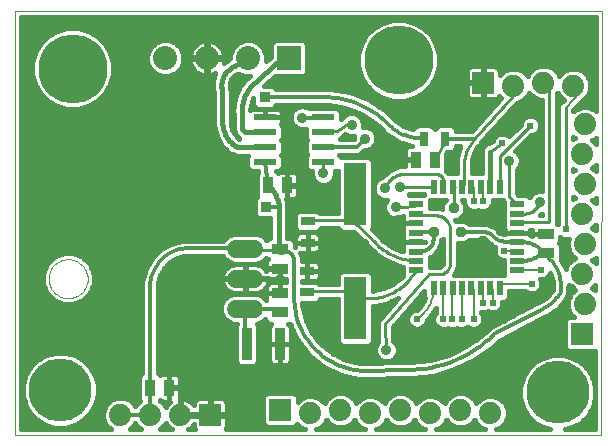
<source format=gtl>
G75*
G70*
%OFA0B0*%
%FSLAX24Y24*%
%IPPOS*%
%LPD*%
%AMOC8*
5,1,8,0,0,1.08239X$1,22.5*
%
%ADD10C,0.0000*%
%ADD11R,0.0780X0.0210*%
%ADD12C,0.0600*%
%ADD13R,0.0570X0.0360*%
%ADD14R,0.0740X0.0740*%
%ADD15C,0.0740*%
%ADD16R,0.0760X0.2100*%
%ADD17R,0.0472X0.0315*%
%ADD18R,0.0360X0.0570*%
%ADD19R,0.0500X0.0220*%
%ADD20R,0.0220X0.0500*%
%ADD21C,0.2300*%
%ADD22C,0.2100*%
%ADD23R,0.0360X0.1060*%
%ADD24R,0.0315X0.0472*%
%ADD25R,0.0800X0.0800*%
%ADD26C,0.0800*%
%ADD27C,0.0100*%
%ADD28C,0.0120*%
%ADD29OC8,0.0356*%
%ADD30C,0.0060*%
%ADD31C,0.0160*%
%ADD32R,0.0356X0.0356*%
%ADD33C,0.0360*%
%ADD34OC8,0.0360*%
%ADD35C,0.0240*%
D10*
X000210Y000805D02*
X000201Y014960D01*
X019774Y014960D01*
X019754Y000805D01*
X000210Y000805D01*
X001333Y006024D02*
X001335Y006074D01*
X001341Y006124D01*
X001351Y006174D01*
X001364Y006222D01*
X001381Y006270D01*
X001402Y006316D01*
X001426Y006360D01*
X001454Y006402D01*
X001485Y006442D01*
X001519Y006479D01*
X001556Y006514D01*
X001595Y006545D01*
X001636Y006574D01*
X001680Y006599D01*
X001726Y006621D01*
X001773Y006639D01*
X001821Y006653D01*
X001870Y006664D01*
X001920Y006671D01*
X001970Y006674D01*
X002021Y006673D01*
X002071Y006668D01*
X002121Y006659D01*
X002169Y006647D01*
X002217Y006630D01*
X002263Y006610D01*
X002308Y006587D01*
X002351Y006560D01*
X002391Y006530D01*
X002429Y006497D01*
X002464Y006461D01*
X002497Y006422D01*
X002526Y006381D01*
X002552Y006338D01*
X002575Y006293D01*
X002594Y006246D01*
X002609Y006198D01*
X002621Y006149D01*
X002629Y006099D01*
X002633Y006049D01*
X002633Y005999D01*
X002629Y005949D01*
X002621Y005899D01*
X002609Y005850D01*
X002594Y005802D01*
X002575Y005755D01*
X002552Y005710D01*
X002526Y005667D01*
X002497Y005626D01*
X002464Y005587D01*
X002429Y005551D01*
X002391Y005518D01*
X002351Y005488D01*
X002308Y005461D01*
X002263Y005438D01*
X002217Y005418D01*
X002169Y005401D01*
X002121Y005389D01*
X002071Y005380D01*
X002021Y005375D01*
X001970Y005374D01*
X001920Y005377D01*
X001870Y005384D01*
X001821Y005395D01*
X001773Y005409D01*
X001726Y005427D01*
X001680Y005449D01*
X001636Y005474D01*
X001595Y005503D01*
X001556Y005534D01*
X001519Y005569D01*
X001485Y005606D01*
X001454Y005646D01*
X001426Y005688D01*
X001402Y005732D01*
X001381Y005778D01*
X001364Y005826D01*
X001351Y005874D01*
X001341Y005924D01*
X001335Y005974D01*
X001333Y006024D01*
D11*
X008548Y009906D03*
X008548Y010406D03*
X008548Y010906D03*
X008548Y011406D03*
X010488Y011406D03*
X010488Y010906D03*
X010488Y010406D03*
X010488Y009906D03*
D12*
X008183Y007024D02*
X007583Y007024D01*
X007583Y006024D02*
X008183Y006024D01*
X008183Y005024D02*
X007583Y005024D01*
D13*
X009046Y004907D03*
X009046Y005547D03*
X009046Y006362D03*
X009046Y007002D03*
X017917Y006879D03*
X017917Y007519D03*
D14*
X019111Y004183D03*
X009061Y001650D03*
X006723Y001487D03*
X015817Y012560D03*
D15*
X016817Y012460D03*
X017817Y012560D03*
X018817Y012460D03*
X019211Y011183D03*
X019111Y010183D03*
X019211Y009183D03*
X019111Y008183D03*
X019211Y007183D03*
X019111Y006183D03*
X019211Y005183D03*
X016061Y001550D03*
X015061Y001650D03*
X014061Y001550D03*
X013061Y001650D03*
X012061Y001550D03*
X011061Y001650D03*
X010061Y001550D03*
X005723Y001487D03*
X004723Y001487D03*
X003723Y001487D03*
D16*
X011558Y005037D03*
X011558Y008837D03*
D17*
X009966Y007941D03*
X009966Y007232D03*
X009956Y006281D03*
X009956Y005572D03*
D18*
X009284Y009135D03*
X008644Y009135D03*
X013568Y009991D03*
X014208Y009991D03*
X005350Y002392D03*
X004710Y002392D03*
D19*
X013581Y006304D03*
X013581Y006619D03*
X013581Y006934D03*
X013581Y007249D03*
X013581Y007564D03*
X013581Y007879D03*
X013581Y008194D03*
X013581Y008509D03*
X016961Y008509D03*
X016961Y008194D03*
X016961Y007879D03*
X016961Y007564D03*
X016961Y007249D03*
X016961Y006934D03*
X016961Y006619D03*
X016961Y006304D03*
D20*
X016373Y005717D03*
X016058Y005717D03*
X015743Y005717D03*
X015428Y005717D03*
X015113Y005717D03*
X014798Y005717D03*
X014483Y005717D03*
X014169Y005717D03*
X014169Y009097D03*
X014483Y009097D03*
X014798Y009097D03*
X015113Y009097D03*
X015428Y009097D03*
X015743Y009097D03*
X016058Y009097D03*
X016373Y009097D03*
D21*
X012999Y013310D03*
X002132Y013034D03*
D22*
X001723Y002313D03*
X018298Y002235D03*
D23*
X009045Y003849D03*
X007945Y003849D03*
D24*
X013849Y010699D03*
X014558Y010699D03*
D25*
X009361Y013376D03*
D26*
X007983Y013376D03*
X006605Y013376D03*
X005227Y013376D03*
D27*
X008522Y009900D02*
X008548Y009906D01*
X008719Y009939D01*
X010488Y009906D02*
X010491Y009861D01*
X010491Y009546D01*
X010491Y010372D02*
X010488Y010406D01*
X010491Y010372D02*
X010687Y010412D01*
X010488Y010906D02*
X010491Y010924D01*
X010936Y010935D01*
X011239Y011160D01*
X011436Y011160D01*
X010412Y011396D02*
X009782Y011396D01*
X012561Y009109D02*
X012550Y009046D01*
X013061Y009085D02*
X014164Y009085D01*
X014169Y009097D01*
X014219Y009518D02*
X014252Y009516D01*
X014284Y009511D01*
X014316Y009502D01*
X014347Y009490D01*
X014376Y009475D01*
X014403Y009457D01*
X014479Y009306D02*
X014479Y009164D01*
X014483Y009097D01*
X014479Y009306D02*
X014477Y009331D01*
X014472Y009355D01*
X014464Y009379D01*
X014453Y009402D01*
X014439Y009422D01*
X014422Y009441D01*
X014403Y009457D01*
X014219Y009518D02*
X013196Y009518D01*
X013196Y009519D02*
X013146Y009517D01*
X013097Y009512D01*
X013047Y009503D01*
X012999Y009491D01*
X012952Y009475D01*
X012906Y009456D01*
X012861Y009433D01*
X012818Y009408D01*
X012777Y009379D01*
X012738Y009348D01*
X012702Y009314D01*
X012668Y009277D01*
X012637Y009238D01*
X012608Y009197D01*
X012583Y009154D01*
X012561Y009110D01*
X012904Y008416D02*
X013101Y008416D01*
X013534Y008455D01*
X013581Y008509D01*
X012229Y007217D02*
X012291Y007155D01*
X012357Y007096D01*
X012424Y007040D01*
X012494Y006987D01*
X012567Y006938D01*
X012642Y006892D01*
X012719Y006849D01*
X012797Y006810D01*
X012878Y006775D01*
X012960Y006743D01*
X013043Y006716D01*
X013128Y006692D01*
X013213Y006672D01*
X013299Y006656D01*
X013386Y006644D01*
X013474Y006636D01*
X013562Y006632D01*
X013561Y006632D02*
X013581Y006619D01*
X013581Y006304D02*
X013561Y006239D01*
X013394Y006045D01*
X014006Y006172D02*
X012550Y004518D01*
X012589Y003652D01*
X011558Y005037D02*
X011554Y005372D01*
X012004Y005372D01*
X011554Y005372D02*
X011554Y005058D01*
X011558Y005037D01*
X011554Y005609D01*
X011554Y005372D01*
X011554Y005609D02*
X009900Y005609D01*
X009956Y005572D01*
X009006Y006998D02*
X007883Y007024D01*
X009900Y007971D02*
X009966Y007941D01*
X009900Y007971D02*
X011554Y007971D01*
X011558Y008837D01*
X011554Y007892D01*
X012229Y007217D01*
X013394Y006045D02*
X013336Y005978D01*
X013275Y005914D01*
X013211Y005853D01*
X013144Y005795D01*
X013074Y005741D01*
X013002Y005689D01*
X012927Y005642D01*
X012851Y005598D01*
X012772Y005557D01*
X012691Y005521D01*
X012609Y005488D01*
X012526Y005459D01*
X012441Y005434D01*
X012355Y005414D01*
X012268Y005397D01*
X012180Y005385D01*
X012092Y005376D01*
X012003Y005372D01*
X014006Y006172D02*
X014344Y006172D01*
X014380Y006174D01*
X014416Y006179D01*
X014452Y006188D01*
X014486Y006200D01*
X014519Y006216D01*
X014550Y006235D01*
X014579Y006256D01*
X014606Y006281D01*
X014631Y006308D01*
X014652Y006337D01*
X014671Y006368D01*
X014687Y006401D01*
X014699Y006435D01*
X014708Y006471D01*
X014713Y006507D01*
X014715Y006543D01*
X014715Y007661D01*
X014713Y007703D01*
X014708Y007744D01*
X014699Y007785D01*
X014686Y007825D01*
X014670Y007863D01*
X014651Y007900D01*
X014628Y007936D01*
X014603Y007969D01*
X014575Y008000D01*
X014544Y008028D01*
X014511Y008053D01*
X014476Y008076D01*
X014438Y008095D01*
X014400Y008111D01*
X014360Y008124D01*
X014319Y008133D01*
X014278Y008138D01*
X014236Y008140D01*
X013613Y008140D01*
X013581Y008194D01*
X013601Y007577D02*
X013581Y007564D01*
X013770Y006959D02*
X013652Y006934D01*
X014833Y008376D02*
X014833Y008967D01*
X014794Y009006D01*
X014873Y009085D01*
X014798Y009097D01*
X015187Y009164D02*
X015187Y009872D01*
X016054Y010266D02*
X016447Y010542D01*
X016369Y010109D02*
X017392Y011132D01*
X016802Y012117D02*
X015522Y010680D01*
X014563Y010699D02*
X014208Y009991D01*
X015187Y009872D02*
X015189Y009936D01*
X015194Y010000D01*
X015203Y010063D01*
X015216Y010126D01*
X015232Y010188D01*
X015251Y010250D01*
X015274Y010309D01*
X015300Y010368D01*
X015330Y010425D01*
X015362Y010480D01*
X015398Y010533D01*
X015436Y010585D01*
X015478Y010634D01*
X015522Y010680D01*
X016369Y010109D02*
X016369Y009164D01*
X016684Y008770D02*
X016684Y009951D01*
X017707Y008573D02*
X017689Y008531D01*
X017667Y008490D01*
X017642Y008451D01*
X017614Y008414D01*
X017583Y008380D01*
X017550Y008347D01*
X017514Y008318D01*
X017477Y008291D01*
X017437Y008267D01*
X017396Y008246D01*
X017353Y008228D01*
X017309Y008214D01*
X017264Y008203D01*
X017218Y008195D01*
X017172Y008191D01*
X017126Y008190D01*
X016961Y008194D01*
X016999Y007904D02*
X018022Y007904D01*
X018022Y012313D01*
X018573Y011723D02*
X018573Y007668D01*
X016961Y008509D02*
X016920Y008534D01*
X016684Y008770D01*
X011558Y008837D02*
X011554Y008758D01*
X011554Y007971D01*
X011554Y007892D01*
D28*
X012600Y011229D02*
X012495Y011326D01*
X012386Y011419D01*
X012272Y011506D01*
X012155Y011587D01*
X012033Y011663D01*
X011909Y011733D01*
X011780Y011797D01*
X011650Y011854D01*
X011516Y011906D01*
X011380Y011950D01*
X011242Y011989D01*
X011103Y012021D01*
X010962Y012046D01*
X010820Y012064D01*
X010677Y012075D01*
X010534Y012080D01*
X010391Y012078D01*
X010391Y012077D02*
X008534Y012077D01*
X009782Y011396D02*
X010227Y011369D01*
X010660Y011369D01*
X010623Y011406D01*
X010488Y011406D01*
X010687Y010412D02*
X011605Y010424D01*
X011880Y010699D01*
X013751Y010699D02*
X013849Y010699D01*
X014558Y010699D02*
X014563Y010699D01*
X015502Y010699D01*
X015522Y010680D01*
X013752Y010699D02*
X013675Y010703D01*
X013599Y010711D01*
X013523Y010722D01*
X013448Y010736D01*
X013373Y010754D01*
X013300Y010776D01*
X013227Y010801D01*
X013156Y010830D01*
X013087Y010862D01*
X013019Y010897D01*
X012952Y010936D01*
X012888Y010977D01*
X012826Y011022D01*
X012766Y011070D01*
X012708Y011120D01*
X012653Y011173D01*
X012600Y011229D01*
X009006Y008407D02*
X008997Y008416D01*
X008573Y008416D01*
X008644Y009135D02*
X008548Y009906D01*
X009006Y007038D02*
X009042Y007002D01*
X009046Y007002D01*
X009050Y006880D01*
X009321Y006920D01*
X009352Y006905D01*
X009381Y006888D01*
X009408Y006867D01*
X009432Y006844D01*
X009454Y006818D01*
X009473Y006790D01*
X009489Y006760D01*
X009502Y006729D01*
X009511Y006696D01*
X009516Y006663D01*
X009518Y006629D01*
X009518Y005388D01*
X009046Y004907D02*
X008928Y005024D01*
X007883Y005024D01*
X007883Y004068D01*
X007945Y003849D01*
X004710Y005708D02*
X004712Y005781D01*
X004718Y005854D01*
X004727Y005926D01*
X004740Y005997D01*
X004757Y006068D01*
X004778Y006138D01*
X004802Y006207D01*
X004830Y006274D01*
X004862Y006340D01*
X004896Y006404D01*
X004935Y006466D01*
X004976Y006526D01*
X005020Y006584D01*
X005068Y006639D01*
X005118Y006692D01*
X005952Y007038D02*
X007869Y007038D01*
X007883Y007024D01*
X005952Y007038D02*
X005886Y007036D01*
X005820Y007031D01*
X005755Y007021D01*
X005690Y007008D01*
X005626Y006992D01*
X005563Y006972D01*
X005501Y006948D01*
X005440Y006921D01*
X005382Y006891D01*
X005325Y006857D01*
X005270Y006821D01*
X005217Y006781D01*
X005166Y006738D01*
X005118Y006693D01*
X004710Y005708D02*
X004710Y002392D01*
X004723Y002379D01*
X004723Y001487D01*
X003723Y001487D01*
X011963Y002943D02*
X013080Y002983D01*
X011963Y002943D02*
X011847Y002946D01*
X011731Y002954D01*
X011615Y002968D01*
X011500Y002987D01*
X011387Y003012D01*
X011274Y003042D01*
X011163Y003077D01*
X011054Y003118D01*
X010947Y003164D01*
X010843Y003215D01*
X010740Y003271D01*
X010641Y003331D01*
X010545Y003396D01*
X010452Y003466D01*
X010362Y003540D01*
X010276Y003618D01*
X010193Y003701D01*
X010115Y003787D01*
X010041Y003877D01*
X009971Y003970D01*
X009906Y004066D01*
X009846Y004166D01*
X009790Y004268D01*
X009739Y004372D01*
X009693Y004479D01*
X009652Y004588D01*
X009617Y004699D01*
X009587Y004812D01*
X009562Y004925D01*
X009543Y005040D01*
X009529Y005156D01*
X009521Y005272D01*
X009518Y005388D01*
X013080Y002983D02*
X013281Y002980D01*
X013482Y002987D01*
X013683Y003002D01*
X013882Y003028D01*
X014081Y003063D01*
X014277Y003107D01*
X014471Y003160D01*
X014663Y003223D01*
X014851Y003295D01*
X015035Y003375D01*
X015216Y003464D01*
X015392Y003562D01*
X015563Y003668D01*
X015729Y003782D01*
X015889Y003903D01*
X016044Y004032D01*
X016192Y004169D01*
X016192Y004168D02*
X017735Y004995D01*
X018397Y005590D02*
X018402Y005787D01*
X018052Y006665D02*
X017917Y006879D01*
X017716Y007001D01*
X017738Y006858D02*
X017917Y006879D01*
X017917Y007519D02*
X016961Y007564D01*
X017162Y006619D02*
X017215Y006621D01*
X017268Y006626D01*
X017321Y006635D01*
X017373Y006647D01*
X017424Y006662D01*
X017474Y006681D01*
X017522Y006703D01*
X017569Y006728D01*
X017615Y006756D01*
X017658Y006787D01*
X017699Y006821D01*
X017738Y006858D01*
X017162Y006619D02*
X016961Y006619D01*
X017116Y007249D02*
X017172Y007247D01*
X017227Y007242D01*
X017282Y007233D01*
X017336Y007220D01*
X017389Y007204D01*
X017441Y007184D01*
X017492Y007161D01*
X017541Y007135D01*
X017588Y007106D01*
X017633Y007074D01*
X017676Y007038D01*
X017716Y007000D01*
X017116Y007249D02*
X016961Y007249D01*
X016526Y007266D01*
X016485Y007270D01*
X016444Y007277D01*
X016403Y007287D01*
X016364Y007300D01*
X016325Y007317D01*
X016289Y007337D01*
X016254Y007360D01*
X016221Y007385D01*
X016190Y007413D01*
X015766Y007589D02*
X015069Y007589D01*
X014164Y007589D02*
X014164Y007331D01*
X014164Y007589D02*
X013601Y007577D01*
X013581Y007879D02*
X013375Y007872D01*
X014163Y007331D02*
X014161Y007295D01*
X014156Y007259D01*
X014147Y007223D01*
X014135Y007189D01*
X014119Y007156D01*
X014100Y007125D01*
X014079Y007096D01*
X014054Y007069D01*
X014027Y007044D01*
X013998Y007023D01*
X013967Y007004D01*
X013934Y006988D01*
X013900Y006976D01*
X013864Y006967D01*
X013828Y006962D01*
X013792Y006960D01*
X013792Y006959D02*
X013770Y006959D01*
X015766Y007589D02*
X015813Y007587D01*
X015860Y007582D01*
X015906Y007572D01*
X015951Y007560D01*
X015996Y007543D01*
X016038Y007524D01*
X016079Y007501D01*
X016119Y007474D01*
X016156Y007445D01*
X016190Y007413D01*
X018397Y005590D02*
X018366Y005533D01*
X018332Y005478D01*
X018295Y005424D01*
X018255Y005372D01*
X018213Y005323D01*
X018168Y005276D01*
X018121Y005231D01*
X018072Y005189D01*
X018020Y005149D01*
X017966Y005113D01*
X017911Y005079D01*
X017853Y005048D01*
X017795Y005020D01*
X017735Y004995D01*
X018402Y005787D02*
X018402Y005852D01*
X018398Y005916D01*
X018391Y005981D01*
X018381Y006044D01*
X018367Y006108D01*
X018349Y006170D01*
X018329Y006231D01*
X018305Y006291D01*
X018278Y006350D01*
X018247Y006407D01*
X018214Y006463D01*
X018178Y006516D01*
X018138Y006568D01*
X018096Y006617D01*
X018052Y006664D01*
D29*
X018061Y005699D03*
X018731Y005699D03*
X016408Y007628D03*
X015817Y007274D03*
X015069Y007589D03*
X014164Y007589D03*
X013022Y007983D03*
X012550Y007353D03*
X012156Y006841D03*
X011841Y007195D03*
X012550Y006565D03*
X014361Y006644D03*
X016369Y008534D03*
X014754Y009872D03*
X012235Y010384D03*
X009282Y009715D03*
X009243Y011408D03*
X010266Y006762D03*
X009046Y005975D03*
X008455Y003928D03*
X009518Y003888D03*
X011290Y003455D03*
D30*
X013613Y004676D02*
X013745Y004789D01*
X014479Y004676D02*
X014479Y005699D01*
X014483Y005717D01*
X014169Y005717D02*
X014164Y005699D01*
X014794Y005699D02*
X014798Y005717D01*
X014794Y005699D02*
X014794Y004676D01*
X015109Y004676D02*
X015109Y005699D01*
X015113Y005717D01*
X015428Y005717D02*
X015502Y005699D01*
X015502Y004676D01*
X015817Y005227D02*
X015817Y005699D01*
X015743Y005717D01*
X016058Y005717D02*
X016132Y005699D01*
X016132Y005227D01*
X016373Y005717D02*
X016369Y005857D01*
X017432Y005857D01*
X017747Y006329D02*
X016999Y006329D01*
X016961Y006304D01*
X016961Y006934D02*
X016920Y006959D01*
X016526Y006959D01*
X016961Y007879D02*
X016999Y007904D01*
X015817Y008613D02*
X015817Y009006D01*
X015739Y009085D01*
X015743Y009097D01*
X015502Y009085D02*
X015428Y009097D01*
X015502Y009085D02*
X015502Y008613D01*
X015113Y009097D02*
X015187Y009164D01*
X016369Y009164D02*
X016373Y009097D01*
X013652Y006934D02*
X013613Y006959D01*
X013581Y006934D01*
X014163Y005699D02*
X014161Y005630D01*
X014155Y005562D01*
X014145Y005493D01*
X014131Y005426D01*
X014114Y005359D01*
X014092Y005294D01*
X014067Y005230D01*
X014039Y005167D01*
X014006Y005107D01*
X013970Y005048D01*
X013931Y004991D01*
X013889Y004937D01*
X013844Y004885D01*
X013796Y004836D01*
X013745Y004789D01*
X018573Y011723D02*
X019046Y012235D01*
X018817Y012460D01*
X018022Y012313D02*
X017817Y012560D01*
X016817Y012460D02*
X016802Y012117D01*
D31*
X016937Y011893D02*
X017140Y011977D01*
X017301Y012137D01*
X017340Y012232D01*
X017495Y012077D01*
X017704Y011990D01*
X017772Y011990D01*
X017772Y008953D01*
X017632Y008953D01*
X017492Y008895D01*
X017385Y008789D01*
X017367Y008746D01*
X017294Y008819D01*
X016988Y008819D01*
X016934Y008874D01*
X016934Y009664D01*
X017006Y009736D01*
X017064Y009876D01*
X017064Y010027D01*
X017006Y010166D01*
X016899Y010273D01*
X016890Y010277D01*
X017426Y010812D01*
X017456Y010812D01*
X017573Y010861D01*
X017663Y010951D01*
X017712Y011069D01*
X017712Y011196D01*
X017663Y011314D01*
X017573Y011404D01*
X017456Y011452D01*
X017329Y011452D01*
X017211Y011404D01*
X017121Y011314D01*
X017072Y011196D01*
X017072Y011166D01*
X016674Y010768D01*
X016629Y010813D01*
X016511Y010862D01*
X016384Y010862D01*
X016266Y010813D01*
X016176Y010723D01*
X016138Y010630D01*
X016018Y010546D01*
X015998Y010546D01*
X015895Y010504D01*
X015816Y010425D01*
X015774Y010322D01*
X015774Y009547D01*
X015437Y009547D01*
X015437Y009872D01*
X015445Y009988D01*
X015505Y010213D01*
X015622Y010415D01*
X015656Y010453D01*
X015669Y010459D01*
X015743Y010532D01*
X015757Y010568D01*
X016937Y011893D01*
X017016Y011925D02*
X017772Y011925D01*
X017772Y011767D02*
X016825Y011767D01*
X016684Y011608D02*
X017772Y011608D01*
X017772Y011450D02*
X017462Y011450D01*
X017323Y011450D02*
X016543Y011450D01*
X016402Y011291D02*
X017112Y011291D01*
X017039Y011133D02*
X016261Y011133D01*
X016119Y010974D02*
X016881Y010974D01*
X016722Y010816D02*
X016622Y010816D01*
X016273Y010816D02*
X015978Y010816D01*
X015837Y010657D02*
X016149Y010657D01*
X015890Y010499D02*
X015709Y010499D01*
X015781Y010340D02*
X015579Y010340D01*
X015497Y010182D02*
X015774Y010182D01*
X015774Y010023D02*
X015455Y010023D01*
X015437Y009865D02*
X015774Y009865D01*
X015774Y009706D02*
X015437Y009706D01*
X015437Y009548D02*
X015774Y009548D01*
X016054Y009136D02*
X016054Y010266D01*
X016954Y010340D02*
X017772Y010340D01*
X017772Y010182D02*
X016990Y010182D01*
X017064Y010023D02*
X017772Y010023D01*
X017772Y009865D02*
X017059Y009865D01*
X016976Y009706D02*
X017772Y009706D01*
X017772Y009548D02*
X016934Y009548D01*
X016934Y009389D02*
X017772Y009389D01*
X017772Y009231D02*
X016934Y009231D01*
X016934Y009072D02*
X017772Y009072D01*
X017537Y008914D02*
X016934Y008914D01*
X017357Y008755D02*
X017371Y008755D01*
X017750Y008193D02*
X017711Y008154D01*
X017772Y008154D01*
X017772Y008193D01*
X017750Y008193D01*
X018272Y008121D02*
X018323Y008121D01*
X018323Y007963D02*
X018272Y007963D01*
X018272Y007866D02*
X018272Y012209D01*
X018295Y012232D01*
X018334Y012137D01*
X018495Y011977D01*
X018471Y011951D01*
X018432Y011935D01*
X018361Y011864D01*
X018323Y011773D01*
X018323Y007870D01*
X018302Y007849D01*
X018272Y007866D01*
X018302Y007849D02*
X018302Y007849D01*
X017907Y007529D02*
X017907Y007509D01*
X017452Y007509D01*
X017452Y007458D01*
X017391Y007475D01*
X017391Y007564D01*
X016961Y007564D01*
X016961Y007564D01*
X017391Y007564D01*
X017391Y007654D01*
X017452Y007654D01*
X017452Y007529D01*
X017907Y007529D01*
X017452Y007487D02*
X017391Y007487D01*
X017391Y007646D02*
X017452Y007646D01*
X016961Y007564D02*
X016961Y007564D01*
X016531Y007564D01*
X016531Y007527D01*
X016491Y007532D01*
X016409Y007568D01*
X016374Y007597D01*
X016372Y007599D01*
X016253Y007718D01*
X016253Y007718D01*
X016253Y007718D01*
X015937Y007849D01*
X015344Y007849D01*
X015226Y007967D01*
X014913Y007967D01*
X014903Y007957D01*
X014886Y007996D01*
X014991Y007996D01*
X015213Y008219D01*
X015213Y008475D01*
X015231Y008431D01*
X015321Y008341D01*
X015439Y008293D01*
X015566Y008293D01*
X015660Y008332D01*
X015754Y008293D01*
X015881Y008293D01*
X015999Y008341D01*
X016089Y008431D01*
X016137Y008549D01*
X016137Y008647D01*
X016464Y008647D01*
X016472Y008629D01*
X016511Y008589D01*
X016511Y007686D01*
X016531Y007666D01*
X016531Y007564D01*
X016961Y007564D01*
X016531Y007646D02*
X016325Y007646D01*
X016511Y007804D02*
X016045Y007804D01*
X016511Y007963D02*
X015230Y007963D01*
X015116Y008121D02*
X016511Y008121D01*
X016511Y008280D02*
X015213Y008280D01*
X015213Y008438D02*
X015228Y008438D01*
X015182Y008565D02*
X015100Y008647D01*
X015182Y008647D01*
X015182Y008565D01*
X015182Y008597D02*
X015150Y008597D01*
X014566Y008647D02*
X014453Y008534D01*
X014453Y008360D01*
X014381Y008390D01*
X014031Y008390D01*
X014031Y008647D01*
X014566Y008647D01*
X014516Y008597D02*
X014031Y008597D01*
X014031Y008438D02*
X014453Y008438D01*
X014900Y007963D02*
X014909Y007963D01*
X014465Y007355D02*
X014465Y006543D01*
X014463Y006519D01*
X014445Y006476D01*
X014411Y006442D01*
X014367Y006424D01*
X014344Y006422D01*
X014048Y006422D01*
X014040Y006424D01*
X014031Y006424D01*
X014031Y006746D01*
X014150Y006795D01*
X014328Y006973D01*
X014424Y007205D01*
X014424Y007314D01*
X014465Y007355D01*
X014465Y007329D02*
X014438Y007329D01*
X014410Y007170D02*
X014465Y007170D01*
X014465Y007012D02*
X014344Y007012D01*
X014328Y006973D02*
X014328Y006973D01*
X014208Y006853D02*
X014465Y006853D01*
X014465Y006695D02*
X014031Y006695D01*
X014150Y006795D02*
X014150Y006795D01*
X014031Y006536D02*
X014464Y006536D01*
X014882Y006219D02*
X016511Y006219D01*
X016511Y006167D02*
X014846Y006167D01*
X014870Y006191D01*
X014965Y006420D01*
X014965Y007211D01*
X015226Y007211D01*
X015344Y007329D01*
X015767Y007329D01*
X015766Y007329D02*
X015832Y007323D01*
X015955Y007272D01*
X016006Y007230D01*
X016108Y007128D01*
X016228Y007075D01*
X016206Y007023D01*
X016206Y006895D01*
X016255Y006778D01*
X016345Y006688D01*
X016462Y006639D01*
X016511Y006639D01*
X016511Y006167D01*
X016511Y006378D02*
X014948Y006378D01*
X014965Y006536D02*
X016511Y006536D01*
X016338Y006695D02*
X014965Y006695D01*
X014965Y006853D02*
X016223Y006853D01*
X016206Y007012D02*
X014965Y007012D01*
X014965Y007170D02*
X016065Y007170D01*
X016108Y007128D02*
X016108Y007128D01*
X015766Y007329D02*
X015344Y007329D01*
X016092Y008438D02*
X016511Y008438D01*
X016503Y008597D02*
X016137Y008597D01*
X016058Y009097D02*
X016054Y009136D01*
X014937Y009547D02*
X014660Y009547D01*
X014636Y009595D01*
X014588Y009630D01*
X014588Y010192D01*
X014624Y010263D01*
X014798Y010263D01*
X014915Y010380D01*
X014915Y010439D01*
X015050Y010439D01*
X015032Y010409D01*
X014937Y010055D01*
X014937Y009547D01*
X014937Y009548D02*
X014659Y009548D01*
X014636Y009595D02*
X014636Y009595D01*
X014588Y009706D02*
X014937Y009706D01*
X014937Y009865D02*
X014588Y009865D01*
X014588Y010023D02*
X014937Y010023D01*
X014971Y010182D02*
X014588Y010182D01*
X014875Y010340D02*
X015014Y010340D01*
X015032Y010409D02*
X015032Y010409D01*
X014915Y010959D02*
X014915Y011018D01*
X014798Y011135D01*
X014317Y011135D01*
X014203Y011021D01*
X014089Y011135D01*
X013609Y011135D01*
X013491Y011018D01*
X013491Y011002D01*
X013229Y011082D01*
X012923Y011276D01*
X012818Y011378D01*
X012787Y011409D01*
X012758Y011441D01*
X012750Y011445D01*
X012544Y011646D01*
X011985Y012004D01*
X011366Y012242D01*
X010712Y012350D01*
X010386Y012337D01*
X008912Y012337D01*
X008912Y012338D01*
X008795Y012455D01*
X008511Y012455D01*
X008875Y012779D01*
X008878Y012776D01*
X009844Y012776D01*
X009961Y012894D01*
X009961Y013859D01*
X009844Y013976D01*
X008878Y013976D01*
X008761Y013859D01*
X008761Y013427D01*
X008583Y013269D01*
X008583Y013496D01*
X008491Y013716D01*
X008323Y013885D01*
X008102Y013976D01*
X007863Y013976D01*
X007643Y013885D01*
X007474Y013716D01*
X007383Y013496D01*
X007383Y013371D01*
X007361Y013365D01*
X007168Y013233D01*
X007171Y013241D01*
X007185Y013331D01*
X007185Y013338D01*
X006643Y013338D01*
X006643Y012796D01*
X006650Y012796D01*
X006741Y012811D01*
X006827Y012839D01*
X006891Y012871D01*
X006813Y012653D01*
X006804Y012344D01*
X006837Y012234D01*
X006837Y011265D01*
X006837Y011136D01*
X006932Y010780D01*
X007116Y010461D01*
X007246Y010331D01*
X007286Y010292D01*
X007345Y010233D01*
X007602Y010126D01*
X007990Y010126D01*
X007958Y010094D01*
X007958Y009718D01*
X008075Y009601D01*
X008324Y009601D01*
X008328Y009568D01*
X008264Y009503D01*
X008264Y008767D01*
X008275Y008756D01*
X008195Y008677D01*
X008195Y008155D01*
X008312Y008038D01*
X008726Y008038D01*
X008726Y007382D01*
X008679Y007382D01*
X008605Y007309D01*
X008466Y007448D01*
X008282Y007524D01*
X007483Y007524D01*
X007299Y007448D01*
X007159Y007308D01*
X007155Y007298D01*
X005762Y007298D01*
X005396Y007200D01*
X005068Y007010D01*
X004934Y006876D01*
X004928Y006871D01*
X004780Y006723D01*
X004780Y006723D01*
X004563Y006346D01*
X004450Y005926D01*
X004450Y002877D01*
X004447Y002877D01*
X004330Y002760D01*
X004330Y002024D01*
X004392Y001962D01*
X004240Y001810D01*
X004223Y001769D01*
X004206Y001810D01*
X004046Y001970D01*
X003836Y002057D01*
X003610Y002057D01*
X003400Y001970D01*
X003240Y001810D01*
X003153Y001600D01*
X003153Y001373D01*
X003240Y001164D01*
X003398Y001005D01*
X000410Y001005D01*
X000401Y014760D01*
X019574Y014760D01*
X019569Y011631D01*
X019534Y011666D01*
X019324Y011753D01*
X019097Y011753D01*
X018888Y011666D01*
X018823Y011601D01*
X018823Y011655D01*
X019109Y011964D01*
X019140Y011977D01*
X019301Y012137D01*
X019387Y012347D01*
X019387Y012574D01*
X019301Y012783D01*
X019140Y012944D01*
X018931Y013030D01*
X018704Y013030D01*
X018495Y012944D01*
X018340Y012789D01*
X018301Y012883D01*
X018140Y013044D01*
X017931Y013130D01*
X017704Y013130D01*
X017495Y013044D01*
X017334Y012883D01*
X017295Y012789D01*
X017140Y012944D01*
X016931Y013030D01*
X016704Y013030D01*
X016495Y012944D01*
X016367Y012816D01*
X016367Y012954D01*
X016355Y013000D01*
X016331Y013041D01*
X016298Y013074D01*
X016257Y013098D01*
X016211Y013110D01*
X015837Y013110D01*
X015837Y012580D01*
X015797Y012580D01*
X015797Y012540D01*
X015267Y012540D01*
X015267Y012167D01*
X015280Y012121D01*
X015303Y012080D01*
X015337Y012046D01*
X015378Y012023D01*
X015424Y012010D01*
X015797Y012010D01*
X015797Y012540D01*
X015837Y012540D01*
X015837Y012010D01*
X016211Y012010D01*
X016257Y012023D01*
X016298Y012046D01*
X016331Y012080D01*
X016354Y012118D01*
X016414Y012057D01*
X015436Y010959D01*
X014915Y010959D01*
X014915Y010974D02*
X015450Y010974D01*
X015591Y011133D02*
X014800Y011133D01*
X014315Y011133D02*
X014092Y011133D01*
X013606Y011133D02*
X013149Y011133D01*
X012907Y011291D02*
X015732Y011291D01*
X015873Y011450D02*
X012745Y011450D01*
X012818Y011378D02*
X012818Y011378D01*
X012582Y011608D02*
X016014Y011608D01*
X016156Y011767D02*
X012355Y011767D01*
X012544Y011646D02*
X012544Y011646D01*
X012477Y012052D02*
X012821Y011960D01*
X013176Y011960D01*
X013520Y012052D01*
X013827Y012229D01*
X014079Y012481D01*
X014257Y012788D01*
X014349Y013132D01*
X014349Y013487D01*
X014257Y013831D01*
X014079Y014138D01*
X013827Y014390D01*
X013520Y014567D01*
X013176Y014659D01*
X012821Y014659D01*
X012477Y014567D01*
X012170Y014390D01*
X011918Y014138D01*
X011741Y013831D01*
X011649Y013487D01*
X011649Y013132D01*
X011741Y012788D01*
X011918Y012481D01*
X012170Y012229D01*
X012477Y012052D01*
X012421Y012084D02*
X011777Y012084D01*
X011985Y012004D02*
X011985Y012004D01*
X012108Y011925D02*
X016297Y011925D01*
X016334Y012084D02*
X016388Y012084D01*
X015837Y012084D02*
X015797Y012084D01*
X015797Y012242D02*
X015837Y012242D01*
X015837Y012401D02*
X015797Y012401D01*
X015797Y012559D02*
X014124Y012559D01*
X014216Y012718D02*
X015267Y012718D01*
X015267Y012580D02*
X015797Y012580D01*
X015797Y013110D01*
X015424Y013110D01*
X015378Y013098D01*
X015337Y013074D01*
X015303Y013041D01*
X015280Y013000D01*
X015267Y012954D01*
X015267Y012580D01*
X015267Y012876D02*
X014280Y012876D01*
X014323Y013035D02*
X015300Y013035D01*
X015797Y013035D02*
X015837Y013035D01*
X015837Y012876D02*
X015797Y012876D01*
X015797Y012718D02*
X015837Y012718D01*
X016367Y012876D02*
X016427Y012876D01*
X016335Y013035D02*
X017486Y013035D01*
X017331Y012876D02*
X017207Y012876D01*
X017247Y012084D02*
X017488Y012084D01*
X018272Y012084D02*
X018388Y012084D01*
X018495Y011977D02*
X018495Y011977D01*
X018422Y011925D02*
X018272Y011925D01*
X018272Y011767D02*
X018323Y011767D01*
X018323Y011608D02*
X018272Y011608D01*
X018272Y011450D02*
X018323Y011450D01*
X018323Y011291D02*
X018272Y011291D01*
X018272Y011133D02*
X018323Y011133D01*
X018323Y010974D02*
X018272Y010974D01*
X018272Y010816D02*
X018323Y010816D01*
X018323Y010657D02*
X018272Y010657D01*
X018272Y010499D02*
X018323Y010499D01*
X018323Y010340D02*
X018272Y010340D01*
X018272Y010182D02*
X018323Y010182D01*
X018323Y010023D02*
X018272Y010023D01*
X018272Y009865D02*
X018323Y009865D01*
X018323Y009706D02*
X018272Y009706D01*
X018272Y009548D02*
X018323Y009548D01*
X018323Y009389D02*
X018272Y009389D01*
X018272Y009231D02*
X018323Y009231D01*
X018323Y009072D02*
X018272Y009072D01*
X018272Y008914D02*
X018323Y008914D01*
X018323Y008755D02*
X018272Y008755D01*
X018272Y008597D02*
X018323Y008597D01*
X018323Y008438D02*
X018272Y008438D01*
X018272Y008280D02*
X018323Y008280D01*
X018823Y008681D02*
X018823Y008764D01*
X018882Y008705D01*
X018823Y008681D01*
X018823Y008755D02*
X018832Y008755D01*
X019439Y008661D02*
X019534Y008700D01*
X019565Y008731D01*
X019565Y008535D01*
X019439Y008661D01*
X019503Y008597D02*
X019565Y008597D01*
X019564Y007830D02*
X019564Y007636D01*
X019534Y007666D01*
X019439Y007705D01*
X019564Y007830D01*
X019564Y007804D02*
X019539Y007804D01*
X019554Y007646D02*
X019564Y007646D01*
X018667Y007360D02*
X018641Y007296D01*
X018641Y007070D01*
X018728Y006860D01*
X018882Y006705D01*
X018788Y006666D01*
X018628Y006506D01*
X018570Y006366D01*
X018402Y006664D01*
X018402Y007142D01*
X018330Y007213D01*
X018346Y007229D01*
X018369Y007270D01*
X018382Y007315D01*
X018382Y007407D01*
X018392Y007396D01*
X018510Y007348D01*
X018637Y007348D01*
X018667Y007360D01*
X018654Y007329D02*
X018382Y007329D01*
X018373Y007170D02*
X018641Y007170D01*
X018665Y007012D02*
X018402Y007012D01*
X018402Y006853D02*
X018734Y006853D01*
X018858Y006695D02*
X018402Y006695D01*
X018474Y006536D02*
X018658Y006536D01*
X018575Y006378D02*
X018563Y006378D01*
X018076Y006166D02*
X018137Y005921D01*
X018142Y005794D01*
X018142Y005789D01*
X018141Y005743D01*
X018139Y005663D01*
X018104Y005605D01*
X017947Y005424D01*
X017751Y005288D01*
X017668Y005250D01*
X017657Y005249D01*
X017627Y005232D01*
X017594Y005220D01*
X017581Y005208D01*
X016083Y004404D01*
X016049Y004391D01*
X016038Y004380D01*
X016024Y004373D01*
X016003Y004348D01*
X015772Y004142D01*
X015244Y003776D01*
X014665Y003500D01*
X014048Y003321D01*
X013411Y003243D01*
X013127Y003243D01*
X013122Y003244D01*
X013080Y003243D01*
X013038Y003245D01*
X013029Y003241D01*
X011961Y003203D01*
X011718Y003217D01*
X011241Y003326D01*
X010801Y003538D01*
X010418Y003843D01*
X010113Y004226D01*
X009901Y004667D01*
X009792Y005143D01*
X009788Y005215D01*
X010276Y005215D01*
X010393Y005332D01*
X010393Y005359D01*
X010978Y005359D01*
X010978Y003904D01*
X011095Y003787D01*
X012021Y003787D01*
X012138Y003904D01*
X012138Y005125D01*
X012236Y005127D01*
X012677Y005233D01*
X012972Y005376D01*
X012364Y004685D01*
X012332Y004650D01*
X012331Y004648D01*
X012329Y004646D01*
X012314Y004601D01*
X012298Y004556D01*
X012298Y004554D01*
X012297Y004552D01*
X012300Y004505D01*
X012326Y003927D01*
X012267Y003867D01*
X012209Y003728D01*
X012209Y003576D01*
X012267Y003437D01*
X012374Y003330D01*
X012513Y003272D01*
X012665Y003272D01*
X012804Y003330D01*
X012911Y003437D01*
X012969Y003576D01*
X012969Y003728D01*
X012911Y003867D01*
X012826Y003953D01*
X012804Y004429D01*
X013859Y005626D01*
X013859Y005384D01*
X013869Y005374D01*
X013845Y005295D01*
X013694Y005062D01*
X013628Y004996D01*
X013549Y004996D01*
X013431Y004947D01*
X013341Y004857D01*
X013293Y004739D01*
X013293Y004612D01*
X013341Y004494D01*
X013431Y004404D01*
X013549Y004356D01*
X013676Y004356D01*
X013794Y004404D01*
X013884Y004494D01*
X013933Y004612D01*
X013933Y004647D01*
X013967Y004677D01*
X014052Y004749D01*
X014052Y004749D01*
X014052Y004749D01*
X014249Y005053D01*
X014249Y004898D01*
X014208Y004857D01*
X014159Y004739D01*
X014159Y004612D01*
X014208Y004494D01*
X014298Y004404D01*
X014415Y004356D01*
X014542Y004356D01*
X014636Y004395D01*
X014730Y004356D01*
X014857Y004356D01*
X014951Y004395D01*
X015045Y004356D01*
X015172Y004356D01*
X015290Y004404D01*
X015306Y004420D01*
X015321Y004404D01*
X015439Y004356D01*
X015566Y004356D01*
X015684Y004404D01*
X015774Y004494D01*
X015822Y004612D01*
X015822Y004739D01*
X015774Y004857D01*
X015732Y004898D01*
X015732Y004916D01*
X015754Y004907D01*
X015881Y004907D01*
X015975Y004946D01*
X016069Y004907D01*
X016196Y004907D01*
X016314Y004956D01*
X016404Y005046D01*
X016452Y005163D01*
X016452Y005267D01*
X016566Y005267D01*
X016683Y005384D01*
X016683Y005627D01*
X017209Y005627D01*
X017250Y005585D01*
X017368Y005537D01*
X017495Y005537D01*
X017613Y005585D01*
X017703Y005675D01*
X017752Y005793D01*
X017752Y005920D01*
X017715Y006009D01*
X017810Y006009D01*
X017928Y006058D01*
X018018Y006148D01*
X018047Y006218D01*
X018076Y006166D01*
X018102Y006061D02*
X017931Y006061D01*
X017752Y005902D02*
X018138Y005902D01*
X018141Y005744D02*
X017731Y005744D01*
X017613Y005585D02*
X018088Y005585D01*
X017950Y005427D02*
X016683Y005427D01*
X016683Y005585D02*
X017250Y005585D01*
X017709Y005268D02*
X016568Y005268D01*
X016430Y005110D02*
X017398Y005110D01*
X017103Y004951D02*
X016304Y004951D01*
X016512Y004634D02*
X015822Y004634D01*
X015800Y004793D02*
X016807Y004793D01*
X017316Y004476D02*
X018541Y004476D01*
X018541Y004634D02*
X017612Y004634D01*
X017843Y004758D02*
X017999Y004818D01*
X018302Y005029D01*
X018545Y005307D01*
X018608Y005432D01*
X018613Y005437D01*
X018632Y005478D01*
X018652Y005518D01*
X018652Y005525D01*
X018655Y005531D01*
X018656Y005576D01*
X018660Y005621D01*
X018658Y005628D01*
X018663Y005825D01*
X018788Y005700D01*
X018882Y005661D01*
X018728Y005506D01*
X018641Y005296D01*
X018641Y005070D01*
X018728Y004860D01*
X018835Y004753D01*
X018658Y004753D01*
X018541Y004636D01*
X018541Y003730D01*
X018658Y003613D01*
X019558Y003613D01*
X019554Y001005D01*
X018540Y001005D01*
X018780Y001070D01*
X019065Y001234D01*
X019298Y001467D01*
X019463Y001752D01*
X019548Y002070D01*
X019548Y002399D01*
X019463Y002717D01*
X019298Y003002D01*
X019065Y003235D01*
X018780Y003400D01*
X018462Y003485D01*
X018133Y003485D01*
X017815Y003400D01*
X017530Y003235D01*
X017297Y003002D01*
X017133Y002717D01*
X017048Y002399D01*
X017048Y002070D01*
X017133Y001752D01*
X017297Y001467D01*
X017530Y001234D01*
X017815Y001070D01*
X018056Y001005D01*
X016235Y001005D01*
X016384Y001067D01*
X016544Y001228D01*
X016631Y001437D01*
X016631Y001664D01*
X016544Y001873D01*
X016384Y002034D01*
X016174Y002120D01*
X015948Y002120D01*
X015738Y002034D01*
X015583Y001879D01*
X015544Y001973D01*
X015384Y002134D01*
X015174Y002220D01*
X014948Y002220D01*
X014738Y002134D01*
X014578Y001973D01*
X014539Y001879D01*
X014384Y002034D01*
X014174Y002120D01*
X013948Y002120D01*
X013738Y002034D01*
X013583Y001879D01*
X013544Y001973D01*
X013384Y002134D01*
X013174Y002220D01*
X012948Y002220D01*
X012738Y002134D01*
X012578Y001973D01*
X012539Y001879D01*
X012384Y002034D01*
X012174Y002120D01*
X011948Y002120D01*
X011738Y002034D01*
X011583Y001879D01*
X011544Y001973D01*
X011384Y002134D01*
X011174Y002220D01*
X010948Y002220D01*
X010738Y002134D01*
X010578Y001973D01*
X010539Y001879D01*
X010384Y002034D01*
X010174Y002120D01*
X009948Y002120D01*
X009738Y002034D01*
X009631Y001927D01*
X009631Y002103D01*
X009514Y002220D01*
X008608Y002220D01*
X008491Y002103D01*
X008491Y001198D01*
X008608Y001080D01*
X009514Y001080D01*
X009619Y001186D01*
X009738Y001067D01*
X009887Y001005D01*
X007236Y001005D01*
X007237Y001006D01*
X007261Y001047D01*
X007273Y001093D01*
X007273Y001467D01*
X006743Y001467D01*
X006743Y001507D01*
X006703Y001507D01*
X006703Y002037D01*
X006329Y002037D01*
X006283Y002024D01*
X006242Y002001D01*
X006209Y001967D01*
X006185Y001926D01*
X006173Y001880D01*
X006173Y001803D01*
X006142Y001845D01*
X006081Y001906D01*
X006011Y001957D01*
X005934Y001996D01*
X005852Y002023D01*
X005766Y002037D01*
X005743Y002037D01*
X005743Y001507D01*
X005703Y001507D01*
X005703Y002037D01*
X005697Y002037D01*
X005698Y002038D01*
X005710Y002083D01*
X005710Y002382D01*
X005360Y002382D01*
X005360Y001927D01*
X005394Y001927D01*
X005365Y001906D01*
X005303Y001845D01*
X005253Y001775D01*
X005235Y001740D01*
X005206Y001810D01*
X005046Y001970D01*
X005039Y001973D01*
X005044Y001978D01*
X005059Y001963D01*
X005101Y001939D01*
X005146Y001927D01*
X005340Y001927D01*
X005340Y002382D01*
X005360Y002382D01*
X005360Y002402D01*
X005710Y002402D01*
X005710Y002701D01*
X005698Y002747D01*
X005674Y002788D01*
X005641Y002821D01*
X005599Y002845D01*
X005554Y002857D01*
X005360Y002857D01*
X005360Y002402D01*
X005340Y002402D01*
X005340Y002857D01*
X005146Y002857D01*
X005101Y002845D01*
X005059Y002821D01*
X005044Y002806D01*
X004973Y002877D01*
X004970Y002877D01*
X004970Y005708D01*
X004980Y005856D01*
X005056Y006141D01*
X005204Y006397D01*
X005302Y006509D01*
X005392Y006588D01*
X005600Y006708D01*
X005832Y006770D01*
X005952Y006778D01*
X007144Y006778D01*
X007159Y006741D01*
X007299Y006601D01*
X007483Y006524D01*
X008282Y006524D01*
X008466Y006601D01*
X008583Y006718D01*
X008633Y006668D01*
X008617Y006652D01*
X008594Y006611D01*
X008581Y006565D01*
X008581Y006372D01*
X009036Y006372D01*
X009036Y006352D01*
X008581Y006352D01*
X008581Y006292D01*
X008549Y006337D01*
X008495Y006391D01*
X008434Y006435D01*
X008367Y006469D01*
X008295Y006493D01*
X008220Y006504D01*
X007903Y006504D01*
X007903Y006044D01*
X008644Y006044D01*
X008651Y006038D01*
X008692Y006014D01*
X008738Y006002D01*
X009036Y006002D01*
X009036Y006352D01*
X009056Y006352D01*
X009056Y006002D01*
X009258Y006002D01*
X009258Y005907D01*
X009056Y005907D01*
X009056Y005557D01*
X009036Y005557D01*
X009036Y005907D01*
X008737Y005907D01*
X008691Y005895D01*
X008650Y005871D01*
X008631Y005852D01*
X008651Y005912D01*
X008663Y005987D01*
X008663Y006004D01*
X007903Y006004D01*
X007903Y005544D01*
X008220Y005544D01*
X008295Y005556D01*
X008367Y005580D01*
X008434Y005614D01*
X008495Y005658D01*
X008549Y005712D01*
X008583Y005759D01*
X008581Y005751D01*
X008581Y005557D01*
X009036Y005557D01*
X009036Y005537D01*
X008581Y005537D01*
X008581Y005343D01*
X008584Y005330D01*
X008466Y005448D01*
X008282Y005524D01*
X007483Y005524D01*
X007299Y005448D01*
X007159Y005308D01*
X007083Y005124D01*
X007083Y004925D01*
X007159Y004741D01*
X007299Y004601D01*
X007483Y004524D01*
X007623Y004524D01*
X007623Y004520D01*
X007565Y004462D01*
X007565Y003236D01*
X007682Y003119D01*
X008207Y003119D01*
X008325Y003236D01*
X008325Y004462D01*
X008262Y004524D01*
X008282Y004524D01*
X008466Y004601D01*
X008561Y004696D01*
X008561Y004644D01*
X008678Y004527D01*
X008761Y004527D01*
X008754Y004523D01*
X008721Y004489D01*
X008697Y004448D01*
X008685Y004403D01*
X008685Y003859D01*
X009035Y003859D01*
X009035Y003839D01*
X009055Y003839D01*
X009055Y003859D01*
X009405Y003859D01*
X009405Y004403D01*
X009392Y004448D01*
X009369Y004489D01*
X009335Y004523D01*
X009328Y004527D01*
X009385Y004527D01*
X009394Y004489D01*
X009658Y003940D01*
X010038Y003463D01*
X010515Y003083D01*
X011064Y002819D01*
X011658Y002683D01*
X011916Y002683D01*
X011920Y002682D01*
X011968Y002683D01*
X012015Y002683D01*
X012019Y002685D01*
X013079Y002723D01*
X013433Y002709D01*
X014156Y002797D01*
X014855Y003001D01*
X015512Y003314D01*
X016111Y003728D01*
X016347Y003956D01*
X017843Y004758D01*
X017934Y004793D02*
X018795Y004793D01*
X018690Y004951D02*
X018191Y004951D01*
X018302Y005029D02*
X018302Y005029D01*
X018373Y005110D02*
X018641Y005110D01*
X018641Y005268D02*
X018511Y005268D01*
X018545Y005307D02*
X018545Y005307D01*
X018606Y005427D02*
X018695Y005427D01*
X018657Y005585D02*
X018807Y005585D01*
X018744Y005744D02*
X018661Y005744D01*
X019439Y005705D02*
X019561Y005827D01*
X019561Y005639D01*
X019534Y005666D01*
X019439Y005705D01*
X019478Y005744D02*
X019561Y005744D01*
X019562Y006538D02*
X019439Y006661D01*
X019534Y006700D01*
X019562Y006728D01*
X019562Y006538D01*
X019562Y006695D02*
X019522Y006695D01*
X017999Y004818D02*
X017999Y004818D01*
X018541Y004317D02*
X017021Y004317D01*
X016725Y004159D02*
X018541Y004159D01*
X018541Y004000D02*
X016430Y004000D01*
X016229Y003842D02*
X018541Y003842D01*
X018587Y003683D02*
X016046Y003683D01*
X016111Y003728D02*
X016111Y003728D01*
X015817Y003525D02*
X019558Y003525D01*
X019557Y003366D02*
X018837Y003366D01*
X019092Y003208D02*
X019557Y003208D01*
X019557Y003049D02*
X019251Y003049D01*
X019362Y002891D02*
X019557Y002891D01*
X019557Y002732D02*
X019454Y002732D01*
X019501Y002574D02*
X019556Y002574D01*
X019543Y002415D02*
X019556Y002415D01*
X019548Y002257D02*
X019556Y002257D01*
X019548Y002098D02*
X019556Y002098D01*
X019555Y001940D02*
X019513Y001940D01*
X019470Y001781D02*
X019555Y001781D01*
X019555Y001623D02*
X019388Y001623D01*
X019295Y001464D02*
X019555Y001464D01*
X019555Y001306D02*
X019137Y001306D01*
X018915Y001147D02*
X019554Y001147D01*
X017681Y001147D02*
X016464Y001147D01*
X016577Y001306D02*
X017459Y001306D01*
X017300Y001464D02*
X016631Y001464D01*
X016631Y001623D02*
X017208Y001623D01*
X017125Y001781D02*
X016582Y001781D01*
X016478Y001940D02*
X017083Y001940D01*
X017048Y002098D02*
X016228Y002098D01*
X015894Y002098D02*
X015419Y002098D01*
X015558Y001940D02*
X015644Y001940D01*
X015539Y001322D02*
X015578Y001228D01*
X015738Y001067D01*
X015887Y001005D01*
X014235Y001005D01*
X014384Y001067D01*
X014544Y001228D01*
X014583Y001322D01*
X014738Y001167D01*
X014948Y001080D01*
X015174Y001080D01*
X015384Y001167D01*
X015539Y001322D01*
X015545Y001306D02*
X015523Y001306D01*
X015658Y001147D02*
X015336Y001147D01*
X014786Y001147D02*
X014464Y001147D01*
X014577Y001306D02*
X014599Y001306D01*
X014564Y001940D02*
X014478Y001940D01*
X014703Y002098D02*
X014228Y002098D01*
X013894Y002098D02*
X013419Y002098D01*
X013558Y001940D02*
X013644Y001940D01*
X013539Y001322D02*
X013578Y001228D01*
X013738Y001067D01*
X013887Y001005D01*
X012235Y001005D01*
X012384Y001067D01*
X012544Y001228D01*
X012583Y001322D01*
X012738Y001167D01*
X012948Y001080D01*
X013174Y001080D01*
X013384Y001167D01*
X013539Y001322D01*
X013545Y001306D02*
X013523Y001306D01*
X013658Y001147D02*
X013336Y001147D01*
X012786Y001147D02*
X012464Y001147D01*
X012577Y001306D02*
X012599Y001306D01*
X012564Y001940D02*
X012478Y001940D01*
X012703Y002098D02*
X012228Y002098D01*
X011894Y002098D02*
X011419Y002098D01*
X011558Y001940D02*
X011644Y001940D01*
X011539Y001322D02*
X011578Y001228D01*
X011738Y001067D01*
X011887Y001005D01*
X010235Y001005D01*
X010384Y001067D01*
X010544Y001228D01*
X010583Y001322D01*
X010738Y001167D01*
X010948Y001080D01*
X011174Y001080D01*
X011384Y001167D01*
X011539Y001322D01*
X011545Y001306D02*
X011523Y001306D01*
X011658Y001147D02*
X011336Y001147D01*
X010786Y001147D02*
X010464Y001147D01*
X010577Y001306D02*
X010599Y001306D01*
X010564Y001940D02*
X010478Y001940D01*
X010703Y002098D02*
X010228Y002098D01*
X009894Y002098D02*
X009631Y002098D01*
X009631Y001940D02*
X009644Y001940D01*
X009658Y001147D02*
X009581Y001147D01*
X008541Y001147D02*
X007273Y001147D01*
X007273Y001306D02*
X008491Y001306D01*
X008491Y001464D02*
X007273Y001464D01*
X007273Y001507D02*
X007273Y001880D01*
X007261Y001926D01*
X007237Y001967D01*
X007203Y002001D01*
X007162Y002024D01*
X007117Y002037D01*
X006743Y002037D01*
X006743Y001507D01*
X007273Y001507D01*
X007273Y001623D02*
X008491Y001623D01*
X008491Y001781D02*
X007273Y001781D01*
X007253Y001940D02*
X008491Y001940D01*
X008491Y002098D02*
X005710Y002098D01*
X005703Y001940D02*
X005743Y001940D01*
X005743Y001781D02*
X005703Y001781D01*
X005703Y001623D02*
X005743Y001623D01*
X005743Y001507D02*
X006273Y001507D01*
X006703Y001507D01*
X006703Y001467D01*
X005743Y001467D01*
X005743Y001507D01*
X006173Y001170D02*
X006142Y001128D01*
X006081Y001067D01*
X006011Y001016D01*
X005990Y001005D01*
X006210Y001005D01*
X006209Y001006D01*
X006185Y001047D01*
X006173Y001093D01*
X006173Y001170D01*
X006173Y001147D02*
X006156Y001147D01*
X005456Y001005D02*
X005048Y001005D01*
X005206Y001164D01*
X005235Y001233D01*
X005253Y001198D01*
X005303Y001128D01*
X005365Y001067D01*
X005435Y001016D01*
X005456Y001005D01*
X005290Y001147D02*
X005190Y001147D01*
X005218Y001781D02*
X005257Y001781D01*
X005340Y001940D02*
X005360Y001940D01*
X005360Y002098D02*
X005340Y002098D01*
X005340Y002257D02*
X005360Y002257D01*
X005360Y002415D02*
X005340Y002415D01*
X005340Y002574D02*
X005360Y002574D01*
X005360Y002732D02*
X005340Y002732D01*
X005702Y002732D02*
X011443Y002732D01*
X011064Y002819D02*
X011064Y002819D01*
X010915Y002891D02*
X004970Y002891D01*
X004970Y003049D02*
X010585Y003049D01*
X010515Y003083D02*
X010515Y003083D01*
X010359Y003208D02*
X009368Y003208D01*
X009369Y003208D02*
X009392Y003249D01*
X009405Y003295D01*
X009405Y003839D01*
X009055Y003839D01*
X009055Y003139D01*
X009248Y003139D01*
X009294Y003151D01*
X009335Y003175D01*
X009369Y003208D01*
X009405Y003366D02*
X010160Y003366D01*
X010038Y003463D02*
X010038Y003463D01*
X009989Y003525D02*
X009405Y003525D01*
X009405Y003683D02*
X009863Y003683D01*
X009736Y003842D02*
X009055Y003842D01*
X009035Y003842D02*
X008325Y003842D01*
X008325Y004000D02*
X008685Y004000D01*
X008685Y004159D02*
X008325Y004159D01*
X008325Y004317D02*
X008685Y004317D01*
X008713Y004476D02*
X008310Y004476D01*
X008500Y004634D02*
X008570Y004634D01*
X009376Y004476D02*
X009400Y004476D01*
X009394Y004489D02*
X009394Y004489D01*
X009405Y004317D02*
X009477Y004317D01*
X009405Y004159D02*
X009553Y004159D01*
X009629Y004000D02*
X009405Y004000D01*
X009658Y003940D02*
X009658Y003940D01*
X010069Y004317D02*
X010978Y004317D01*
X010978Y004159D02*
X010166Y004159D01*
X010293Y004000D02*
X010978Y004000D01*
X011040Y003842D02*
X010420Y003842D01*
X010619Y003683D02*
X012209Y003683D01*
X012230Y003525D02*
X010828Y003525D01*
X011157Y003366D02*
X012337Y003366D01*
X012088Y003208D02*
X011881Y003208D01*
X012076Y003842D02*
X012256Y003842D01*
X012323Y004000D02*
X012138Y004000D01*
X012138Y004159D02*
X012316Y004159D01*
X012309Y004317D02*
X012138Y004317D01*
X012138Y004476D02*
X012301Y004476D01*
X012325Y004634D02*
X012138Y004634D01*
X012138Y004793D02*
X012459Y004793D01*
X012598Y004951D02*
X012138Y004951D01*
X012138Y005110D02*
X012738Y005110D01*
X012677Y005233D02*
X012677Y005233D01*
X012749Y005268D02*
X012877Y005268D01*
X013265Y004951D02*
X013442Y004951D01*
X013404Y005110D02*
X013726Y005110D01*
X013828Y005268D02*
X013544Y005268D01*
X013683Y005427D02*
X013859Y005427D01*
X013859Y005585D02*
X013823Y005585D01*
X014183Y004951D02*
X014249Y004951D01*
X014181Y004793D02*
X014080Y004793D01*
X013967Y004677D02*
X013967Y004677D01*
X013933Y004634D02*
X014159Y004634D01*
X014226Y004476D02*
X013866Y004476D01*
X013360Y004476D02*
X012846Y004476D01*
X012809Y004317D02*
X015969Y004317D01*
X015791Y004159D02*
X012816Y004159D01*
X012823Y004000D02*
X015568Y004000D01*
X015339Y003842D02*
X012922Y003842D01*
X012969Y003683D02*
X015049Y003683D01*
X014716Y003525D02*
X012948Y003525D01*
X012841Y003366D02*
X014205Y003366D01*
X014478Y002891D02*
X017233Y002891D01*
X017142Y002732D02*
X013628Y002732D01*
X013433Y002709D02*
X013433Y002709D01*
X014156Y002797D02*
X014156Y002797D01*
X014855Y003001D02*
X014855Y003001D01*
X014958Y003049D02*
X017345Y003049D01*
X017503Y003208D02*
X015290Y003208D01*
X015512Y003314D02*
X015512Y003314D01*
X015588Y003366D02*
X017758Y003366D01*
X017095Y002574D02*
X005710Y002574D01*
X005710Y002415D02*
X017052Y002415D01*
X017048Y002257D02*
X005710Y002257D01*
X006035Y001940D02*
X006193Y001940D01*
X006703Y001940D02*
X006743Y001940D01*
X006743Y001781D02*
X006703Y001781D01*
X006703Y001623D02*
X006743Y001623D01*
X005100Y001940D02*
X005076Y001940D01*
X004370Y001940D02*
X004076Y001940D01*
X004218Y001781D02*
X004228Y001781D01*
X004330Y002098D02*
X002959Y002098D01*
X002973Y002149D02*
X002888Y001831D01*
X002723Y001546D01*
X002490Y001313D01*
X002205Y001149D01*
X001887Y001063D01*
X001558Y001063D01*
X001240Y001149D01*
X000955Y001313D01*
X000723Y001546D01*
X000558Y001831D01*
X000473Y002149D01*
X000473Y002478D01*
X000558Y002796D01*
X000723Y003081D01*
X000955Y003314D01*
X001240Y003478D01*
X001558Y003563D01*
X001887Y003563D01*
X002205Y003478D01*
X002490Y003314D01*
X002723Y003081D01*
X002888Y002796D01*
X002973Y002478D01*
X002973Y002149D01*
X002973Y002257D02*
X004330Y002257D01*
X004330Y002415D02*
X002973Y002415D01*
X002947Y002574D02*
X004330Y002574D01*
X004330Y002732D02*
X002905Y002732D01*
X002833Y002891D02*
X004450Y002891D01*
X004450Y003049D02*
X002741Y003049D01*
X002596Y003208D02*
X004450Y003208D01*
X004450Y003366D02*
X002399Y003366D01*
X002031Y003525D02*
X004450Y003525D01*
X004450Y003683D02*
X000408Y003683D01*
X000408Y003525D02*
X001415Y003525D01*
X001047Y003366D02*
X000408Y003366D01*
X000408Y003208D02*
X000850Y003208D01*
X000704Y003049D02*
X000409Y003049D01*
X000409Y002891D02*
X000613Y002891D01*
X000541Y002732D02*
X000409Y002732D01*
X000409Y002574D02*
X000499Y002574D01*
X000473Y002415D02*
X000409Y002415D01*
X000409Y002257D02*
X000473Y002257D01*
X000486Y002098D02*
X000409Y002098D01*
X000409Y001940D02*
X000529Y001940D01*
X000587Y001781D02*
X000409Y001781D01*
X000409Y001623D02*
X000678Y001623D01*
X000804Y001464D02*
X000410Y001464D01*
X000410Y001306D02*
X000968Y001306D01*
X001245Y001147D02*
X000410Y001147D01*
X002201Y001147D02*
X003256Y001147D01*
X003181Y001306D02*
X002478Y001306D01*
X002642Y001464D02*
X003153Y001464D01*
X003162Y001623D02*
X002768Y001623D01*
X002859Y001781D02*
X003228Y001781D01*
X003370Y001940D02*
X002917Y001940D01*
X004048Y001005D02*
X004206Y001164D01*
X004223Y001204D01*
X004240Y001164D01*
X004398Y001005D01*
X004048Y001005D01*
X004190Y001147D02*
X004256Y001147D01*
X004970Y003208D02*
X007593Y003208D01*
X007565Y003366D02*
X004970Y003366D01*
X004970Y003525D02*
X007565Y003525D01*
X007565Y003683D02*
X004970Y003683D01*
X004970Y003842D02*
X007565Y003842D01*
X007565Y004000D02*
X004970Y004000D01*
X004970Y004159D02*
X007565Y004159D01*
X007565Y004317D02*
X004970Y004317D01*
X004970Y004476D02*
X007579Y004476D01*
X007266Y004634D02*
X004970Y004634D01*
X004970Y004793D02*
X007137Y004793D01*
X007083Y004951D02*
X004970Y004951D01*
X004970Y005110D02*
X007083Y005110D01*
X007142Y005268D02*
X004970Y005268D01*
X004970Y005427D02*
X007278Y005427D01*
X007387Y005585D02*
X004970Y005585D01*
X004972Y005744D02*
X007193Y005744D01*
X007172Y005773D02*
X007216Y005712D01*
X007270Y005658D01*
X007331Y005614D01*
X007398Y005580D01*
X007470Y005556D01*
X007545Y005544D01*
X007863Y005544D01*
X007863Y006004D01*
X007903Y006004D01*
X007903Y006044D01*
X007863Y006044D01*
X007863Y006004D01*
X007103Y006004D01*
X007103Y005987D01*
X007114Y005912D01*
X007138Y005840D01*
X007172Y005773D01*
X007118Y005902D02*
X004992Y005902D01*
X005035Y006061D02*
X007103Y006061D01*
X007103Y006062D02*
X007103Y006044D01*
X007863Y006044D01*
X007863Y006504D01*
X007545Y006504D01*
X007470Y006493D01*
X007398Y006469D01*
X007331Y006435D01*
X007270Y006391D01*
X007216Y006337D01*
X007172Y006276D01*
X007138Y006209D01*
X007114Y006137D01*
X007103Y006062D01*
X007143Y006219D02*
X005101Y006219D01*
X005193Y006378D02*
X007257Y006378D01*
X007454Y006536D02*
X005333Y006536D01*
X005302Y006509D02*
X005302Y006509D01*
X005577Y006695D02*
X007205Y006695D01*
X007863Y006378D02*
X007903Y006378D01*
X007903Y006219D02*
X007863Y006219D01*
X007863Y006061D02*
X007903Y006061D01*
X007903Y005902D02*
X007863Y005902D01*
X007863Y005744D02*
X007903Y005744D01*
X007903Y005585D02*
X007863Y005585D01*
X008378Y005585D02*
X008581Y005585D01*
X008581Y005427D02*
X008487Y005427D01*
X008572Y005744D02*
X008581Y005744D01*
X008648Y005902D02*
X008721Y005902D01*
X009036Y005902D02*
X009056Y005902D01*
X009056Y005744D02*
X009036Y005744D01*
X009036Y005585D02*
X009056Y005585D01*
X009036Y006061D02*
X009056Y006061D01*
X009056Y006219D02*
X009036Y006219D01*
X008581Y006378D02*
X008508Y006378D01*
X008581Y006536D02*
X008311Y006536D01*
X008560Y006695D02*
X008605Y006695D01*
X009006Y006998D02*
X009006Y007038D01*
X009006Y008407D01*
X009286Y008413D02*
X009286Y008463D01*
X009284Y008468D01*
X009279Y008598D01*
X009279Y008598D01*
X009255Y008670D01*
X009274Y008670D01*
X009274Y009125D01*
X009294Y009125D01*
X009294Y008670D01*
X009488Y008670D01*
X009533Y008683D01*
X009574Y008706D01*
X009608Y008740D01*
X009632Y008781D01*
X009644Y008827D01*
X009644Y009125D01*
X009294Y009125D01*
X009294Y009145D01*
X009644Y009145D01*
X009644Y009444D01*
X009632Y009490D01*
X009608Y009531D01*
X009574Y009564D01*
X009533Y009588D01*
X009488Y009600D01*
X009294Y009600D01*
X009294Y009145D01*
X009274Y009145D01*
X009274Y009600D01*
X009080Y009600D01*
X009034Y009588D01*
X008993Y009564D01*
X008978Y009549D01*
X008926Y009601D01*
X009021Y009601D01*
X009138Y009718D01*
X009138Y010094D01*
X009076Y010156D01*
X009138Y010218D01*
X009138Y010594D01*
X009076Y010656D01*
X009138Y010718D01*
X009138Y011094D01*
X009062Y011170D01*
X009082Y011190D01*
X009106Y011231D01*
X009118Y011277D01*
X009118Y011406D01*
X009118Y011535D01*
X009106Y011580D01*
X009082Y011621D01*
X009049Y011655D01*
X009008Y011679D01*
X008962Y011691D01*
X008548Y011691D01*
X008134Y011691D01*
X008089Y011679D01*
X008058Y011661D01*
X008095Y011908D01*
X008156Y012048D01*
X008156Y011816D01*
X008273Y011699D01*
X008795Y011699D01*
X008912Y011816D01*
X008912Y011817D01*
X010345Y011817D01*
X010350Y011815D01*
X010396Y011817D01*
X010419Y011817D01*
X010679Y011814D01*
X011226Y011724D01*
X011743Y011525D01*
X012210Y011226D01*
X012414Y011045D01*
X012576Y010866D01*
X012576Y010866D01*
X012576Y010866D01*
X013005Y010593D01*
X013458Y010456D01*
X013365Y010456D01*
X013319Y010443D01*
X013278Y010420D01*
X013244Y010386D01*
X013221Y010345D01*
X013208Y010299D01*
X013208Y010001D01*
X013558Y010001D01*
X013558Y009981D01*
X013208Y009981D01*
X013208Y009768D01*
X013013Y009768D01*
X012673Y009632D01*
X012445Y009414D01*
X012334Y009368D01*
X012228Y009261D01*
X012170Y009121D01*
X012170Y008970D01*
X012228Y008830D01*
X012334Y008724D01*
X012474Y008666D01*
X012617Y008666D01*
X012582Y008631D01*
X012524Y008491D01*
X012524Y008340D01*
X012582Y008201D01*
X012689Y008094D01*
X012828Y008036D01*
X012980Y008036D01*
X013119Y008094D01*
X013131Y008105D01*
X013131Y008001D01*
X013151Y007981D01*
X013151Y007879D01*
X013151Y007777D01*
X013131Y007757D01*
X013131Y007371D01*
X013151Y007351D01*
X013151Y007249D01*
X013151Y007147D01*
X013131Y007127D01*
X013131Y006954D01*
X013089Y006963D01*
X012792Y007093D01*
X012527Y007279D01*
X012411Y007389D01*
X012407Y007392D01*
X012375Y007426D01*
X012372Y007427D01*
X012117Y007683D01*
X012138Y007704D01*
X012138Y009970D01*
X012021Y010087D01*
X011095Y010087D01*
X011078Y010070D01*
X011078Y010094D01*
X011016Y010156D01*
X011016Y010156D01*
X011606Y010164D01*
X011657Y010164D01*
X011658Y010164D01*
X011660Y010164D01*
X011706Y010184D01*
X011752Y010203D01*
X011753Y010204D01*
X011755Y010205D01*
X011790Y010241D01*
X011868Y010319D01*
X011956Y010319D01*
X012096Y010377D01*
X012203Y010484D01*
X012260Y010624D01*
X012260Y010775D01*
X012203Y010915D01*
X012096Y011021D01*
X011956Y011079D01*
X011813Y011079D01*
X011816Y011084D01*
X011816Y011235D01*
X011758Y011375D01*
X011651Y011482D01*
X011511Y011540D01*
X011360Y011540D01*
X011220Y011482D01*
X011125Y011387D01*
X011115Y011379D01*
X011097Y011372D01*
X011078Y011353D01*
X011078Y011594D01*
X010961Y011711D01*
X010015Y011711D01*
X010010Y011706D01*
X009997Y011718D01*
X009858Y011776D01*
X009706Y011776D01*
X009567Y011718D01*
X009460Y011611D01*
X009402Y011472D01*
X009402Y011321D01*
X009460Y011181D01*
X009567Y011074D01*
X009706Y011016D01*
X009858Y011016D01*
X009898Y011033D01*
X009898Y010718D01*
X009960Y010656D01*
X009898Y010594D01*
X009898Y010218D01*
X009960Y010156D01*
X009898Y010094D01*
X009898Y009718D01*
X010015Y009601D01*
X010111Y009601D01*
X010111Y009470D01*
X010168Y009330D01*
X010275Y009224D01*
X010415Y009166D01*
X010566Y009166D01*
X010706Y009224D01*
X010813Y009330D01*
X010871Y009470D01*
X010871Y009601D01*
X010961Y009601D01*
X010978Y009618D01*
X010978Y008221D01*
X010363Y008221D01*
X010286Y008298D01*
X009647Y008298D01*
X009530Y008181D01*
X009530Y007701D01*
X009647Y007584D01*
X010286Y007584D01*
X010403Y007701D01*
X010403Y007721D01*
X010978Y007721D01*
X010978Y007704D01*
X011095Y007587D01*
X011506Y007587D01*
X012050Y007042D01*
X012195Y006891D01*
X012195Y006891D01*
X012543Y006648D01*
X012931Y006478D01*
X013131Y006434D01*
X013131Y006128D01*
X013085Y006078D01*
X012814Y005865D01*
X012505Y005716D01*
X012170Y005635D01*
X012138Y005633D01*
X012138Y006170D01*
X012021Y006287D01*
X011095Y006287D01*
X010978Y006170D01*
X010978Y005859D01*
X010347Y005859D01*
X010276Y005930D01*
X009778Y005930D01*
X009778Y005944D01*
X009956Y005944D01*
X009956Y006281D01*
X009956Y006618D01*
X009778Y006618D01*
X009778Y006744D01*
X009715Y006895D01*
X009966Y006895D01*
X009966Y007232D01*
X009550Y007232D01*
X009550Y007093D01*
X009531Y007112D01*
X009531Y007265D01*
X009414Y007382D01*
X009286Y007382D01*
X009286Y008357D01*
X009288Y008363D01*
X009286Y008413D01*
X009286Y008438D02*
X010978Y008438D01*
X010978Y008280D02*
X010304Y008280D01*
X009629Y008280D02*
X009286Y008280D01*
X009286Y008121D02*
X009530Y008121D01*
X009530Y007963D02*
X009286Y007963D01*
X009286Y007804D02*
X009530Y007804D01*
X009585Y007646D02*
X009286Y007646D01*
X009286Y007487D02*
X009579Y007487D01*
X009586Y007500D02*
X009563Y007459D01*
X009550Y007414D01*
X009550Y007232D01*
X009966Y007232D01*
X009966Y007232D01*
X009966Y007232D01*
X009966Y006895D01*
X010226Y006895D01*
X010272Y006907D01*
X010313Y006931D01*
X010347Y006964D01*
X010370Y007005D01*
X010383Y007051D01*
X010383Y007232D01*
X009966Y007232D01*
X009966Y007570D01*
X009707Y007570D01*
X009661Y007558D01*
X009620Y007534D01*
X009586Y007500D01*
X009550Y007329D02*
X009467Y007329D01*
X009531Y007170D02*
X009550Y007170D01*
X009732Y006853D02*
X012249Y006853D01*
X012079Y007012D02*
X010372Y007012D01*
X010383Y007170D02*
X011922Y007170D01*
X011763Y007329D02*
X010383Y007329D01*
X010383Y007414D02*
X010370Y007459D01*
X010347Y007500D01*
X010313Y007534D01*
X010272Y007558D01*
X010226Y007570D01*
X009966Y007570D01*
X009966Y007232D01*
X009966Y007232D01*
X009966Y007232D01*
X010383Y007232D01*
X010383Y007414D01*
X010354Y007487D02*
X011605Y007487D01*
X012138Y007804D02*
X013151Y007804D01*
X013151Y007879D02*
X013581Y007879D01*
X013581Y007879D01*
X013151Y007879D01*
X013151Y007963D02*
X012138Y007963D01*
X012138Y008121D02*
X012661Y008121D01*
X012549Y008280D02*
X012138Y008280D01*
X012138Y008438D02*
X012524Y008438D01*
X012568Y008597D02*
X012138Y008597D01*
X012138Y008755D02*
X012303Y008755D01*
X012193Y008914D02*
X012138Y008914D01*
X012138Y009072D02*
X012170Y009072D01*
X012138Y009231D02*
X012215Y009231D01*
X012138Y009389D02*
X012387Y009389D01*
X012585Y009548D02*
X012138Y009548D01*
X012138Y009706D02*
X012859Y009706D01*
X012673Y009632D02*
X012673Y009632D01*
X012138Y009865D02*
X013208Y009865D01*
X013208Y010023D02*
X012084Y010023D01*
X012007Y010340D02*
X013219Y010340D01*
X013208Y010182D02*
X011701Y010182D01*
X011496Y010682D02*
X011036Y010676D01*
X011078Y010718D01*
X011078Y010725D01*
X011083Y010727D01*
X011102Y010748D01*
X011222Y010837D01*
X011360Y010780D01*
X011502Y010780D01*
X011500Y010775D01*
X011500Y010687D01*
X011496Y010682D01*
X011273Y010816D02*
X011194Y010816D01*
X011816Y011133D02*
X012315Y011133D01*
X012478Y010974D02*
X012143Y010974D01*
X012243Y010816D02*
X012655Y010816D01*
X012904Y010657D02*
X012260Y010657D01*
X012209Y010499D02*
X013316Y010499D01*
X013005Y010593D02*
X013005Y010593D01*
X012107Y011291D02*
X011792Y011291D01*
X011860Y011450D02*
X011683Y011450D01*
X011526Y011608D02*
X011064Y011608D01*
X011078Y011450D02*
X011188Y011450D01*
X010965Y011767D02*
X009880Y011767D01*
X009684Y011767D02*
X008863Y011767D01*
X008049Y012419D02*
X008009Y012366D01*
X007973Y012312D01*
X007939Y012256D01*
X007909Y012198D01*
X007881Y012139D01*
X007857Y012078D01*
X007835Y012016D01*
X007817Y011954D01*
X007803Y011890D01*
X007792Y011825D01*
X007784Y011761D01*
X007779Y011695D01*
X007778Y011630D01*
X007780Y011565D01*
X007786Y011499D01*
X007786Y011014D01*
X007798Y010991D01*
X007814Y010970D01*
X007833Y010951D01*
X007854Y010935D01*
X007877Y010923D01*
X007902Y010914D01*
X007928Y010908D01*
X007954Y010906D01*
X008548Y010906D01*
X008548Y010406D02*
X007741Y010406D01*
X007467Y010182D02*
X000404Y010182D01*
X000404Y010340D02*
X007237Y010340D01*
X007286Y010292D02*
X007286Y010292D01*
X007345Y010233D02*
X007345Y010233D01*
X007116Y010461D02*
X007116Y010461D01*
X007094Y010499D02*
X000404Y010499D01*
X000403Y010657D02*
X007003Y010657D01*
X006932Y010780D02*
X006932Y010780D01*
X006922Y010816D02*
X000403Y010816D01*
X000403Y010974D02*
X006880Y010974D01*
X006837Y011133D02*
X000403Y011133D01*
X000403Y011291D02*
X006837Y011291D01*
X006837Y011136D02*
X006837Y011136D01*
X007117Y011320D02*
X007117Y012274D01*
X006834Y012242D02*
X003234Y012242D01*
X003213Y012205D02*
X003390Y012513D01*
X003482Y012856D01*
X003482Y013212D01*
X003390Y013555D01*
X003213Y013863D01*
X002961Y014114D01*
X002653Y014292D01*
X002310Y014384D01*
X001955Y014384D01*
X001611Y014292D01*
X001303Y014114D01*
X001052Y013863D01*
X000874Y013555D01*
X000782Y013212D01*
X000782Y012856D01*
X000874Y012513D01*
X001052Y012205D01*
X001303Y011954D01*
X001611Y011776D01*
X001955Y011684D01*
X002310Y011684D01*
X002653Y011776D01*
X002961Y011954D01*
X003213Y012205D01*
X003092Y012084D02*
X006837Y012084D01*
X006837Y011925D02*
X002912Y011925D01*
X002620Y011767D02*
X006837Y011767D01*
X006837Y011608D02*
X000403Y011608D01*
X000403Y011450D02*
X006837Y011450D01*
X007397Y011450D02*
X007506Y011450D01*
X007506Y011483D02*
X007506Y011065D01*
X007504Y011060D01*
X007506Y011009D01*
X007506Y010959D01*
X007508Y010954D01*
X007508Y010949D01*
X007529Y010903D01*
X007549Y010856D01*
X007552Y010852D01*
X007568Y010817D01*
X007568Y010817D01*
X007693Y010697D01*
X007664Y010710D01*
X007642Y010727D01*
X007570Y010809D01*
X007460Y010999D01*
X007404Y011211D01*
X007397Y011320D01*
X007397Y012259D01*
X007401Y012300D01*
X007397Y012314D01*
X007397Y012330D01*
X007383Y012362D01*
X007372Y012417D01*
X007375Y012548D01*
X007375Y012548D01*
X007419Y012671D01*
X007499Y012774D01*
X007607Y012848D01*
X007650Y012865D01*
X007863Y012776D01*
X008029Y012776D01*
X007885Y012648D01*
X007864Y012636D01*
X007844Y012612D01*
X007821Y012591D01*
X007810Y012568D01*
X007704Y012435D01*
X007544Y012066D01*
X007544Y012066D01*
X007485Y011667D01*
X007506Y011483D01*
X007492Y011608D02*
X007397Y011608D01*
X007485Y011667D02*
X007485Y011667D01*
X007500Y011767D02*
X007397Y011767D01*
X007397Y011925D02*
X007523Y011925D01*
X007552Y012084D02*
X007397Y012084D01*
X007397Y012242D02*
X007621Y012242D01*
X007689Y012401D02*
X007375Y012401D01*
X007380Y012559D02*
X007803Y012559D01*
X007589Y013141D02*
X007542Y013125D01*
X007496Y013106D01*
X007451Y013083D01*
X007408Y013058D01*
X007367Y013030D01*
X007329Y012998D01*
X007292Y012964D01*
X007258Y012928D01*
X007227Y012889D01*
X007199Y012848D01*
X007173Y012805D01*
X007151Y012761D01*
X007132Y012715D01*
X007116Y012667D01*
X007104Y012619D01*
X007095Y012570D01*
X007090Y012520D01*
X007088Y012471D01*
X007090Y012421D01*
X007095Y012371D01*
X007104Y012322D01*
X007116Y012274D01*
X006806Y012401D02*
X003326Y012401D01*
X003403Y012559D02*
X006810Y012559D01*
X006836Y012718D02*
X003445Y012718D01*
X003482Y012876D02*
X004878Y012876D01*
X004887Y012868D02*
X005108Y012776D01*
X005346Y012776D01*
X005567Y012868D01*
X005736Y013037D01*
X005827Y013257D01*
X005827Y013496D01*
X005736Y013716D01*
X005567Y013885D01*
X005346Y013976D01*
X005108Y013976D01*
X004887Y013885D01*
X004718Y013716D01*
X004627Y013496D01*
X004627Y013257D01*
X004718Y013037D01*
X004887Y012868D01*
X004720Y013035D02*
X003482Y013035D01*
X003482Y013193D02*
X004653Y013193D01*
X004627Y013352D02*
X003445Y013352D01*
X003402Y013510D02*
X004633Y013510D01*
X004699Y013669D02*
X003325Y013669D01*
X003233Y013827D02*
X004829Y013827D01*
X005624Y013827D02*
X006239Y013827D01*
X006227Y013819D02*
X006162Y013754D01*
X006109Y013680D01*
X006067Y013599D01*
X006039Y013512D01*
X006025Y013422D01*
X006025Y013415D01*
X006567Y013415D01*
X006567Y013956D01*
X006559Y013956D01*
X006469Y013942D01*
X006382Y013914D01*
X006301Y013872D01*
X006227Y013819D01*
X006103Y013669D02*
X005755Y013669D01*
X005821Y013510D02*
X006039Y013510D01*
X006025Y013338D02*
X006025Y013331D01*
X006039Y013241D01*
X006067Y013154D01*
X006109Y013072D01*
X006162Y012999D01*
X006227Y012934D01*
X006301Y012880D01*
X006382Y012839D01*
X006469Y012811D01*
X006559Y012796D01*
X006567Y012796D01*
X006567Y013338D01*
X006643Y013338D01*
X006643Y013415D01*
X006567Y013415D01*
X006567Y013338D01*
X006025Y013338D01*
X006054Y013193D02*
X005800Y013193D01*
X005827Y013352D02*
X006567Y013352D01*
X006643Y013352D02*
X007342Y013352D01*
X007361Y013365D02*
X007361Y013365D01*
X007389Y013510D02*
X007171Y013510D01*
X007171Y013512D02*
X007142Y013599D01*
X007101Y013680D01*
X007047Y013754D01*
X006983Y013819D01*
X006909Y013872D01*
X006827Y013914D01*
X006741Y013942D01*
X006650Y013956D01*
X006643Y013956D01*
X006643Y013415D01*
X007185Y013415D01*
X007185Y013422D01*
X007171Y013512D01*
X007107Y013669D02*
X007454Y013669D01*
X007585Y013827D02*
X006971Y013827D01*
X006643Y013827D02*
X006567Y013827D01*
X006567Y013669D02*
X006643Y013669D01*
X006643Y013510D02*
X006567Y013510D01*
X006567Y013193D02*
X006643Y013193D01*
X006643Y013035D02*
X006567Y013035D01*
X006567Y012876D02*
X006643Y012876D01*
X006309Y012876D02*
X005575Y012876D01*
X005734Y013035D02*
X006136Y013035D01*
X007456Y012718D02*
X007964Y012718D01*
X008049Y012419D02*
X009124Y013376D01*
X009361Y013376D01*
X009961Y013352D02*
X011649Y013352D01*
X011655Y013510D02*
X009961Y013510D01*
X009961Y013669D02*
X011697Y013669D01*
X011740Y013827D02*
X009961Y013827D01*
X009961Y013193D02*
X011649Y013193D01*
X011674Y013035D02*
X009961Y013035D01*
X009944Y012876D02*
X011717Y012876D01*
X011781Y012718D02*
X008806Y012718D01*
X008628Y012559D02*
X011873Y012559D01*
X011998Y012401D02*
X008849Y012401D01*
X008548Y011691D02*
X008548Y011406D01*
X008548Y011691D01*
X008548Y011608D02*
X008548Y011608D01*
X008548Y011450D02*
X008548Y011450D01*
X008548Y011406D02*
X008548Y011406D01*
X009118Y011406D01*
X008548Y011406D01*
X008548Y011406D01*
X007445Y010529D02*
X007402Y010574D01*
X007361Y010622D01*
X007323Y010672D01*
X007289Y010725D01*
X007257Y010779D01*
X007228Y010834D01*
X007202Y010892D01*
X007180Y010950D01*
X007161Y011010D01*
X007145Y011071D01*
X007133Y011133D01*
X007124Y011195D01*
X007119Y011257D01*
X007117Y011320D01*
X007399Y011291D02*
X007506Y011291D01*
X007506Y011133D02*
X007425Y011133D01*
X007475Y010974D02*
X007506Y010974D01*
X007566Y010816D02*
X007569Y010816D01*
X007642Y010727D02*
X007642Y010727D01*
X007444Y010529D02*
X007471Y010504D01*
X007500Y010482D01*
X007531Y010462D01*
X007564Y010445D01*
X007597Y010431D01*
X007632Y010420D01*
X007668Y010412D01*
X007704Y010408D01*
X007741Y010406D01*
X007958Y010023D02*
X000404Y010023D01*
X000404Y009865D02*
X007958Y009865D01*
X007970Y009706D02*
X000404Y009706D01*
X000404Y009548D02*
X008309Y009548D01*
X008264Y009389D02*
X000404Y009389D01*
X000404Y009231D02*
X008264Y009231D01*
X008264Y009072D02*
X000405Y009072D01*
X000405Y008914D02*
X008264Y008914D01*
X008274Y008755D02*
X000405Y008755D01*
X000405Y008597D02*
X008195Y008597D01*
X008195Y008438D02*
X000405Y008438D01*
X000405Y008280D02*
X008195Y008280D01*
X008229Y008121D02*
X000405Y008121D01*
X000405Y007963D02*
X008726Y007963D01*
X008726Y007804D02*
X000405Y007804D01*
X000405Y007646D02*
X008726Y007646D01*
X008726Y007487D02*
X008371Y007487D01*
X008585Y007329D02*
X008626Y007329D01*
X007394Y007487D02*
X000406Y007487D01*
X000406Y007329D02*
X007180Y007329D01*
X009007Y008407D02*
X009003Y008467D01*
X008995Y008526D01*
X008983Y008585D01*
X008969Y008643D01*
X008950Y008700D01*
X008928Y008756D01*
X008903Y008810D01*
X008875Y008863D01*
X008844Y008914D01*
X008809Y008963D01*
X008772Y009010D01*
X008732Y009054D01*
X008690Y009096D01*
X008644Y009136D01*
X009274Y009072D02*
X009294Y009072D01*
X009294Y008914D02*
X009274Y008914D01*
X009274Y008755D02*
X009294Y008755D01*
X009279Y008597D02*
X010978Y008597D01*
X010978Y008755D02*
X009617Y008755D01*
X009644Y008914D02*
X010978Y008914D01*
X010978Y009072D02*
X009644Y009072D01*
X009644Y009231D02*
X010268Y009231D01*
X010144Y009389D02*
X009644Y009389D01*
X009591Y009548D02*
X010111Y009548D01*
X009910Y009706D02*
X009127Y009706D01*
X009138Y009865D02*
X009898Y009865D01*
X009898Y010023D02*
X009138Y010023D01*
X009102Y010182D02*
X009934Y010182D01*
X009898Y010340D02*
X009138Y010340D01*
X009138Y010499D02*
X009898Y010499D01*
X009959Y010657D02*
X009078Y010657D01*
X009138Y010816D02*
X009898Y010816D01*
X009898Y010974D02*
X009138Y010974D01*
X009099Y011133D02*
X009508Y011133D01*
X009414Y011291D02*
X009118Y011291D01*
X009118Y011450D02*
X009402Y011450D01*
X009459Y011608D02*
X009090Y011608D01*
X008205Y011767D02*
X008074Y011767D01*
X008102Y011925D02*
X008156Y011925D01*
X007704Y012435D02*
X007704Y012435D01*
X007589Y013140D02*
X007983Y013376D01*
X008511Y013669D02*
X008761Y013669D01*
X008761Y013827D02*
X008380Y013827D01*
X008577Y013510D02*
X008761Y013510D01*
X008676Y013352D02*
X008583Y013352D01*
X010712Y012350D02*
X010712Y012350D01*
X011363Y012242D02*
X012156Y012242D01*
X011366Y012242D02*
X011366Y012242D01*
X013576Y012084D02*
X015301Y012084D01*
X015267Y012242D02*
X013841Y012242D01*
X013999Y012401D02*
X015267Y012401D01*
X014349Y013193D02*
X019571Y013193D01*
X019571Y013035D02*
X018149Y013035D01*
X018303Y012876D02*
X018427Y012876D01*
X019207Y012876D02*
X019571Y012876D01*
X019571Y012718D02*
X019328Y012718D01*
X019387Y012559D02*
X019570Y012559D01*
X019570Y012401D02*
X019387Y012401D01*
X019344Y012242D02*
X019570Y012242D01*
X019570Y012084D02*
X019247Y012084D01*
X019073Y011925D02*
X019570Y011925D01*
X019569Y011767D02*
X018927Y011767D01*
X018830Y011608D02*
X018823Y011608D01*
X018823Y010764D02*
X018882Y010705D01*
X018823Y010681D01*
X018823Y010764D01*
X019439Y010661D02*
X019534Y010700D01*
X019568Y010734D01*
X019568Y010532D01*
X019439Y010661D01*
X019442Y010657D02*
X019568Y010657D01*
X019567Y009833D02*
X019439Y009705D01*
X019534Y009666D01*
X019566Y009634D01*
X019567Y009833D01*
X019566Y009706D02*
X019441Y009706D01*
X018882Y009661D02*
X018823Y009685D01*
X018823Y009601D01*
X018882Y009661D01*
X017772Y010499D02*
X017112Y010499D01*
X017271Y010657D02*
X017772Y010657D01*
X017772Y010816D02*
X017465Y010816D01*
X017673Y010974D02*
X017772Y010974D01*
X017772Y011133D02*
X017712Y011133D01*
X017673Y011291D02*
X017772Y011291D01*
X019572Y013352D02*
X014349Y013352D01*
X014342Y013510D02*
X019572Y013510D01*
X019572Y013669D02*
X014300Y013669D01*
X014257Y013827D02*
X019572Y013827D01*
X019572Y013986D02*
X014167Y013986D01*
X014073Y014144D02*
X019573Y014144D01*
X019573Y014303D02*
X013914Y014303D01*
X013703Y014461D02*
X019573Y014461D01*
X019573Y014620D02*
X013324Y014620D01*
X012673Y014620D02*
X000401Y014620D01*
X000401Y014461D02*
X012294Y014461D01*
X012083Y014303D02*
X002612Y014303D01*
X002909Y014144D02*
X011924Y014144D01*
X011830Y013986D02*
X003090Y013986D01*
X001652Y014303D02*
X000401Y014303D01*
X000401Y014144D02*
X001356Y014144D01*
X001175Y013986D02*
X000401Y013986D01*
X000401Y013827D02*
X001032Y013827D01*
X000940Y013669D02*
X000401Y013669D01*
X000402Y013510D02*
X000862Y013510D01*
X000820Y013352D02*
X000402Y013352D01*
X000402Y013193D02*
X000782Y013193D01*
X000782Y013035D02*
X000402Y013035D01*
X000402Y012876D02*
X000782Y012876D01*
X000819Y012718D02*
X000402Y012718D01*
X000402Y012559D02*
X000862Y012559D01*
X000939Y012401D02*
X000402Y012401D01*
X000402Y012242D02*
X001030Y012242D01*
X001173Y012084D02*
X000403Y012084D01*
X000403Y011925D02*
X001352Y011925D01*
X001645Y011767D02*
X000403Y011767D01*
X000406Y007170D02*
X005345Y007170D01*
X005396Y007200D02*
X005396Y007200D01*
X005071Y007012D02*
X000406Y007012D01*
X000406Y006853D02*
X001763Y006853D01*
X001814Y006874D02*
X001501Y006745D01*
X001262Y006506D01*
X001133Y006194D01*
X001133Y005855D01*
X001262Y005543D01*
X001501Y005304D01*
X001814Y005174D01*
X002152Y005174D01*
X002464Y005304D01*
X002703Y005543D01*
X002833Y005855D01*
X002833Y006194D01*
X002703Y006506D01*
X002464Y006745D01*
X002152Y006874D01*
X001814Y006874D01*
X002202Y006853D02*
X004911Y006853D01*
X004764Y006695D02*
X002514Y006695D01*
X002673Y006536D02*
X004673Y006536D01*
X004581Y006378D02*
X002756Y006378D01*
X002822Y006219D02*
X004529Y006219D01*
X004563Y006346D02*
X004563Y006346D01*
X004486Y006061D02*
X002833Y006061D01*
X002833Y005902D02*
X004450Y005902D01*
X004450Y005744D02*
X002786Y005744D01*
X002721Y005585D02*
X004450Y005585D01*
X004450Y005427D02*
X002587Y005427D01*
X002379Y005268D02*
X004450Y005268D01*
X004450Y005110D02*
X000407Y005110D01*
X000407Y005268D02*
X001587Y005268D01*
X001378Y005427D02*
X000407Y005427D01*
X000407Y005585D02*
X001244Y005585D01*
X001179Y005744D02*
X000407Y005744D01*
X000407Y005902D02*
X001133Y005902D01*
X001133Y006061D02*
X000407Y006061D01*
X000406Y006219D02*
X001143Y006219D01*
X001209Y006378D02*
X000406Y006378D01*
X000406Y006536D02*
X001292Y006536D01*
X001451Y006695D02*
X000406Y006695D01*
X000407Y004951D02*
X004450Y004951D01*
X004450Y004793D02*
X000407Y004793D01*
X000407Y004634D02*
X004450Y004634D01*
X004450Y004476D02*
X000408Y004476D01*
X000408Y004317D02*
X004450Y004317D01*
X004450Y004159D02*
X000408Y004159D01*
X000408Y004000D02*
X004450Y004000D01*
X004450Y003842D02*
X000408Y003842D01*
X005068Y007010D02*
X005068Y007010D01*
X009274Y009231D02*
X009294Y009231D01*
X009294Y009389D02*
X009274Y009389D01*
X009274Y009548D02*
X009294Y009548D01*
X010713Y009231D02*
X010978Y009231D01*
X010978Y009389D02*
X010837Y009389D01*
X010871Y009548D02*
X010978Y009548D01*
X013333Y008819D02*
X013349Y008835D01*
X013859Y008835D01*
X013859Y008819D01*
X013333Y008819D01*
X013131Y007646D02*
X012153Y007646D01*
X012312Y007487D02*
X013131Y007487D01*
X013151Y007329D02*
X012474Y007329D01*
X012682Y007170D02*
X013151Y007170D01*
X013151Y007249D02*
X013581Y007249D01*
X013581Y007244D01*
X013581Y007244D01*
X013581Y007249D01*
X013581Y007249D01*
X013866Y007249D01*
X013866Y007249D01*
X013581Y007249D01*
X013581Y007249D01*
X013581Y007249D01*
X013581Y007249D01*
X013581Y007254D01*
X013581Y007254D01*
X013581Y007249D01*
X013151Y007249D01*
X013131Y007012D02*
X012978Y007012D01*
X012798Y006536D02*
X010344Y006536D01*
X010337Y006549D02*
X010303Y006583D01*
X010262Y006606D01*
X010216Y006618D01*
X009956Y006618D01*
X009956Y006281D01*
X009956Y006281D01*
X009956Y006281D01*
X009956Y005944D01*
X010216Y005944D01*
X010262Y005956D01*
X010303Y005979D01*
X010337Y006013D01*
X010360Y006054D01*
X010373Y006100D01*
X010373Y006281D01*
X010373Y006462D01*
X010360Y006508D01*
X010337Y006549D01*
X010373Y006378D02*
X013131Y006378D01*
X013131Y006219D02*
X012088Y006219D01*
X012138Y006061D02*
X013064Y006061D01*
X012861Y005902D02*
X012138Y005902D01*
X012138Y005744D02*
X012563Y005744D01*
X012236Y005127D02*
X012236Y005127D01*
X012985Y004634D02*
X013293Y004634D01*
X013315Y004793D02*
X013125Y004793D01*
X014870Y006191D02*
X014870Y006191D01*
X012931Y006478D02*
X012931Y006478D01*
X012543Y006648D02*
X012543Y006648D01*
X012476Y006695D02*
X009778Y006695D01*
X009956Y006536D02*
X009956Y006536D01*
X009956Y006378D02*
X009956Y006378D01*
X009956Y006281D02*
X010373Y006281D01*
X009956Y006281D01*
X009956Y006281D01*
X009956Y006219D02*
X009956Y006219D01*
X009956Y006061D02*
X009956Y006061D01*
X010303Y005902D02*
X010978Y005902D01*
X010978Y006061D02*
X010362Y006061D01*
X010373Y006219D02*
X011028Y006219D01*
X009966Y007012D02*
X009966Y007012D01*
X009966Y007170D02*
X009966Y007170D01*
X009966Y007329D02*
X009966Y007329D01*
X009966Y007487D02*
X009966Y007487D01*
X010348Y007646D02*
X011036Y007646D01*
X010978Y005268D02*
X010329Y005268D01*
X009800Y005110D02*
X010978Y005110D01*
X010978Y004951D02*
X009836Y004951D01*
X009872Y004793D02*
X010978Y004793D01*
X010978Y004634D02*
X009916Y004634D01*
X009993Y004476D02*
X010978Y004476D01*
X009035Y003839D02*
X009035Y003139D01*
X008841Y003139D01*
X008795Y003151D01*
X008754Y003175D01*
X008721Y003208D01*
X008296Y003208D01*
X008325Y003366D02*
X008685Y003366D01*
X008685Y003295D02*
X008697Y003249D01*
X008721Y003208D01*
X008685Y003295D02*
X008685Y003839D01*
X009035Y003839D01*
X009035Y003683D02*
X009055Y003683D01*
X009055Y003525D02*
X009035Y003525D01*
X009035Y003366D02*
X009055Y003366D01*
X009055Y003208D02*
X009035Y003208D01*
X008685Y003525D02*
X008325Y003525D01*
X008325Y003683D02*
X008685Y003683D01*
X015755Y004476D02*
X016216Y004476D01*
D32*
X008573Y008416D03*
X008534Y012077D03*
D33*
X009782Y011396D03*
X011436Y011160D03*
X011880Y010699D03*
X010491Y009546D03*
X012550Y009046D03*
X013061Y009085D03*
X012904Y008416D03*
X016684Y009951D03*
X017707Y008573D03*
X012589Y003652D03*
D34*
X014833Y008376D03*
D35*
X015502Y008613D03*
X015817Y008613D03*
X016526Y006959D03*
X017747Y006329D03*
X017432Y005857D03*
X016132Y005227D03*
X015817Y005227D03*
X015502Y004676D03*
X015109Y004676D03*
X014794Y004676D03*
X014479Y004676D03*
X013613Y004676D03*
X018573Y007668D03*
X016447Y010542D03*
X017392Y011132D03*
M02*

</source>
